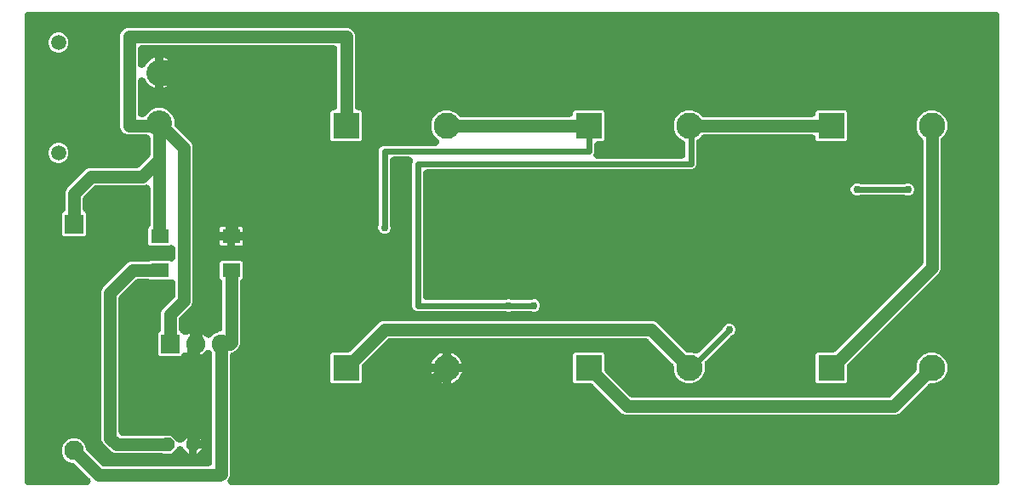
<source format=gbr>
G04 EAGLE Gerber RS-274X export*
G75*
%MOMM*%
%FSLAX34Y34*%
%LPD*%
%INTop Copper*%
%IPPOS*%
%AMOC8*
5,1,8,0,0,1.08239X$1,22.5*%
G01*
%ADD10R,2.625000X2.625000*%
%ADD11C,2.625000*%
%ADD12C,2.550000*%
%ADD13C,1.508000*%
%ADD14P,1.429621X8X22.500000*%
%ADD15R,1.920000X1.920000*%
%ADD16C,1.920000*%
%ADD17R,1.800000X1.400000*%
%ADD18R,1.950000X1.950000*%
%ADD19C,1.950000*%
%ADD20C,1.270000*%
%ADD21C,0.812800*%
%ADD22C,1.016000*%
%ADD23C,0.756400*%
%ADD24C,0.609600*%
%ADD25C,0.304800*%
%ADD26C,2.540000*%

G36*
X72131Y10169D02*
X72131Y10169D01*
X72246Y10167D01*
X72414Y10189D01*
X72584Y10201D01*
X72697Y10225D01*
X72811Y10239D01*
X72975Y10284D01*
X73141Y10320D01*
X73249Y10359D01*
X73360Y10390D01*
X73517Y10457D01*
X73676Y10516D01*
X73778Y10570D01*
X73884Y10616D01*
X74029Y10704D01*
X74179Y10784D01*
X74272Y10852D01*
X74370Y10912D01*
X74501Y11020D01*
X74639Y11121D01*
X74721Y11201D01*
X74810Y11274D01*
X74925Y11399D01*
X75047Y11518D01*
X75117Y11609D01*
X75195Y11694D01*
X75292Y11834D01*
X75396Y11969D01*
X75453Y12069D01*
X75518Y12164D01*
X75593Y12316D01*
X75678Y12464D01*
X75720Y12571D01*
X75772Y12674D01*
X75825Y12835D01*
X75888Y12993D01*
X75915Y13106D01*
X75951Y13215D01*
X75982Y13382D01*
X76022Y13547D01*
X76033Y13662D01*
X76054Y13775D01*
X76061Y13945D01*
X76077Y14114D01*
X76072Y14229D01*
X76077Y14345D01*
X76060Y14514D01*
X76053Y14684D01*
X76032Y14797D01*
X76020Y14911D01*
X75980Y15077D01*
X75949Y15244D01*
X75912Y15353D01*
X75885Y15465D01*
X75821Y15623D01*
X75767Y15784D01*
X75716Y15887D01*
X75673Y15994D01*
X75588Y16141D01*
X75512Y16293D01*
X75447Y16388D01*
X75389Y16488D01*
X75316Y16577D01*
X75188Y16762D01*
X74963Y17006D01*
X74889Y17097D01*
X60703Y31283D01*
X60657Y31323D01*
X60616Y31367D01*
X60442Y31509D01*
X60272Y31657D01*
X60222Y31690D01*
X60175Y31728D01*
X59983Y31845D01*
X59794Y31967D01*
X59740Y31992D01*
X59688Y32023D01*
X59481Y32112D01*
X59277Y32207D01*
X59220Y32224D01*
X59164Y32248D01*
X58947Y32307D01*
X58732Y32372D01*
X58672Y32381D01*
X58614Y32397D01*
X58497Y32408D01*
X58169Y32459D01*
X57944Y32462D01*
X57829Y32473D01*
X57296Y32473D01*
X52872Y34306D01*
X49486Y37692D01*
X47653Y42116D01*
X47653Y46904D01*
X49486Y51328D01*
X52872Y54714D01*
X57296Y56547D01*
X62084Y56547D01*
X66508Y54714D01*
X69894Y51328D01*
X71727Y46904D01*
X71727Y46371D01*
X71731Y46310D01*
X71729Y46250D01*
X71751Y46027D01*
X71767Y45802D01*
X71779Y45743D01*
X71785Y45683D01*
X71839Y45465D01*
X71886Y45245D01*
X71906Y45188D01*
X71921Y45130D01*
X72004Y44921D01*
X72082Y44710D01*
X72110Y44657D01*
X72132Y44601D01*
X72244Y44406D01*
X72350Y44207D01*
X72386Y44159D01*
X72416Y44106D01*
X72491Y44015D01*
X72687Y43748D01*
X72844Y43586D01*
X72917Y43497D01*
X86267Y30147D01*
X86313Y30107D01*
X86354Y30063D01*
X86528Y29921D01*
X86698Y29773D01*
X86748Y29740D01*
X86795Y29702D01*
X86987Y29585D01*
X87176Y29463D01*
X87231Y29438D01*
X87282Y29407D01*
X87488Y29318D01*
X87693Y29223D01*
X87750Y29206D01*
X87806Y29182D01*
X88023Y29124D01*
X88238Y29058D01*
X88298Y29049D01*
X88356Y29033D01*
X88473Y29022D01*
X88801Y28971D01*
X89026Y28968D01*
X89141Y28957D01*
X193040Y28957D01*
X193269Y28973D01*
X193500Y28983D01*
X193554Y28993D01*
X193608Y28997D01*
X193834Y29045D01*
X194060Y29087D01*
X194112Y29104D01*
X194166Y29116D01*
X194382Y29195D01*
X194600Y29268D01*
X194649Y29293D01*
X194701Y29312D01*
X194904Y29420D01*
X195109Y29523D01*
X195155Y29554D01*
X195203Y29580D01*
X195389Y29716D01*
X195578Y29847D01*
X195619Y29884D01*
X195663Y29917D01*
X195828Y30077D01*
X195997Y30233D01*
X196032Y30276D01*
X196071Y30314D01*
X196212Y30496D01*
X196358Y30674D01*
X196386Y30722D01*
X196420Y30765D01*
X196534Y30965D01*
X196653Y31162D01*
X196675Y31212D01*
X196702Y31260D01*
X196787Y31474D01*
X196878Y31685D01*
X196892Y31738D01*
X196912Y31789D01*
X196967Y32014D01*
X197027Y32235D01*
X197031Y32279D01*
X197047Y32343D01*
X197102Y32910D01*
X197099Y32976D01*
X197103Y33020D01*
X197103Y141063D01*
X197097Y141159D01*
X197099Y141255D01*
X197077Y141443D01*
X197063Y141631D01*
X197043Y141725D01*
X197032Y141821D01*
X196984Y142004D01*
X196944Y142189D01*
X196911Y142279D01*
X196887Y142372D01*
X196813Y142546D01*
X196748Y142724D01*
X196703Y142809D01*
X196666Y142897D01*
X196569Y143059D01*
X196480Y143226D01*
X196423Y143304D01*
X196374Y143386D01*
X196255Y143534D01*
X196143Y143686D01*
X196076Y143755D01*
X196016Y143830D01*
X195878Y143959D01*
X195746Y144094D01*
X195670Y144153D01*
X195600Y144219D01*
X195445Y144327D01*
X195295Y144443D01*
X195212Y144491D01*
X195133Y144546D01*
X194965Y144631D01*
X194800Y144725D01*
X194711Y144761D01*
X194625Y144804D01*
X194447Y144866D01*
X194271Y144935D01*
X194177Y144958D01*
X194086Y144989D01*
X193901Y145025D01*
X193717Y145070D01*
X193621Y145079D01*
X193527Y145097D01*
X193338Y145106D01*
X193150Y145125D01*
X193054Y145121D01*
X192958Y145125D01*
X192770Y145108D01*
X192580Y145100D01*
X192486Y145083D01*
X192390Y145074D01*
X192206Y145031D01*
X192020Y144996D01*
X191929Y144966D01*
X191836Y144944D01*
X191659Y144875D01*
X191480Y144815D01*
X191394Y144772D01*
X191305Y144737D01*
X191140Y144645D01*
X190971Y144560D01*
X190892Y144505D01*
X190808Y144458D01*
X190657Y144343D01*
X190502Y144236D01*
X190431Y144171D01*
X190355Y144113D01*
X190273Y144025D01*
X190083Y143850D01*
X189899Y143625D01*
X189816Y143537D01*
X189487Y143108D01*
X188362Y141983D01*
X187099Y141014D01*
X185721Y140218D01*
X184403Y139672D01*
X184403Y151130D01*
X184403Y162588D01*
X185721Y162042D01*
X187099Y161246D01*
X188362Y160277D01*
X189488Y159152D01*
X189908Y158604D01*
X190048Y158447D01*
X190182Y158283D01*
X190236Y158233D01*
X190285Y158178D01*
X190446Y158041D01*
X190602Y157898D01*
X190663Y157856D01*
X190719Y157808D01*
X190898Y157695D01*
X191071Y157576D01*
X191137Y157543D01*
X191200Y157503D01*
X191393Y157416D01*
X191581Y157322D01*
X191652Y157299D01*
X191719Y157268D01*
X191922Y157209D01*
X192122Y157142D01*
X192195Y157129D01*
X192266Y157108D01*
X192475Y157078D01*
X192683Y157040D01*
X192757Y157037D01*
X192830Y157026D01*
X193041Y157025D01*
X193252Y157017D01*
X193326Y157024D01*
X193400Y157024D01*
X193609Y157052D01*
X193819Y157073D01*
X193891Y157091D01*
X193964Y157101D01*
X194168Y157159D01*
X194372Y157209D01*
X194441Y157236D01*
X194512Y157257D01*
X194706Y157342D01*
X194901Y157421D01*
X194966Y157457D01*
X195033Y157487D01*
X195212Y157599D01*
X195396Y157704D01*
X195441Y157742D01*
X195517Y157789D01*
X195954Y158155D01*
X195982Y158186D01*
X196004Y158205D01*
X199007Y161207D01*
X203411Y163032D01*
X203429Y163033D01*
X203660Y163043D01*
X203714Y163053D01*
X203768Y163057D01*
X203994Y163105D01*
X204220Y163147D01*
X204272Y163164D01*
X204326Y163176D01*
X204542Y163255D01*
X204760Y163328D01*
X204809Y163353D01*
X204861Y163372D01*
X205064Y163480D01*
X205269Y163583D01*
X205315Y163614D01*
X205363Y163640D01*
X205549Y163776D01*
X205738Y163907D01*
X205779Y163944D01*
X205823Y163977D01*
X205988Y164137D01*
X206157Y164293D01*
X206192Y164336D01*
X206231Y164374D01*
X206372Y164556D01*
X206518Y164734D01*
X206546Y164782D01*
X206580Y164825D01*
X206694Y165025D01*
X206813Y165222D01*
X206835Y165272D01*
X206862Y165320D01*
X206947Y165534D01*
X207038Y165745D01*
X207052Y165798D01*
X207072Y165849D01*
X207127Y166074D01*
X207187Y166295D01*
X207191Y166339D01*
X207207Y166403D01*
X207262Y166970D01*
X207259Y167036D01*
X207263Y167080D01*
X207263Y212020D01*
X207259Y212080D01*
X207261Y212140D01*
X207239Y212363D01*
X207223Y212588D01*
X207211Y212647D01*
X207205Y212707D01*
X207151Y212925D01*
X207104Y213145D01*
X207083Y213202D01*
X207069Y213261D01*
X206986Y213469D01*
X206908Y213680D01*
X206880Y213734D01*
X206857Y213790D01*
X206746Y213984D01*
X206640Y214183D01*
X206604Y214232D01*
X206574Y214284D01*
X206499Y214375D01*
X206303Y214643D01*
X206146Y214804D01*
X206073Y214893D01*
X204961Y216005D01*
X204613Y216845D01*
X204613Y231755D01*
X204961Y232595D01*
X205605Y233239D01*
X206445Y233587D01*
X225355Y233587D01*
X226195Y233239D01*
X226839Y232595D01*
X227187Y231755D01*
X227187Y216845D01*
X226839Y216005D01*
X225727Y214893D01*
X225687Y214847D01*
X225643Y214806D01*
X225500Y214632D01*
X225353Y214463D01*
X225320Y214412D01*
X225282Y214365D01*
X225165Y214173D01*
X225043Y213985D01*
X225018Y213930D01*
X224987Y213878D01*
X224898Y213672D01*
X224803Y213468D01*
X224786Y213410D01*
X224762Y213354D01*
X224704Y213138D01*
X224638Y212922D01*
X224629Y212863D01*
X224613Y212804D01*
X224602Y212687D01*
X224551Y212359D01*
X224548Y212134D01*
X224537Y212020D01*
X224537Y150682D01*
X223222Y147508D01*
X219522Y143808D01*
X216885Y142716D01*
X216883Y142715D01*
X216880Y142714D01*
X216623Y142585D01*
X216375Y142461D01*
X216373Y142460D01*
X216371Y142459D01*
X216136Y142296D01*
X215906Y142138D01*
X215904Y142136D01*
X215902Y142135D01*
X215688Y141938D01*
X215487Y141752D01*
X215485Y141750D01*
X215483Y141748D01*
X215300Y141525D01*
X215125Y141312D01*
X215124Y141310D01*
X215122Y141307D01*
X214974Y141063D01*
X214829Y140825D01*
X214828Y140822D01*
X214827Y140820D01*
X214716Y140562D01*
X214604Y140302D01*
X214603Y140299D01*
X214602Y140296D01*
X214527Y140018D01*
X214454Y139752D01*
X214454Y139749D01*
X214453Y139747D01*
X214452Y139733D01*
X214383Y139187D01*
X214385Y139047D01*
X214377Y138962D01*
X214377Y19872D01*
X212991Y16526D01*
X212954Y16479D01*
X212870Y16332D01*
X212778Y16189D01*
X212729Y16085D01*
X212672Y15984D01*
X212610Y15826D01*
X212538Y15672D01*
X212505Y15562D01*
X212462Y15455D01*
X212422Y15289D01*
X212373Y15127D01*
X212355Y15013D01*
X212328Y14901D01*
X212311Y14731D01*
X212285Y14564D01*
X212284Y14449D01*
X212273Y14334D01*
X212280Y14164D01*
X212278Y13994D01*
X212292Y13880D01*
X212297Y13764D01*
X212328Y13597D01*
X212350Y13429D01*
X212380Y13318D01*
X212401Y13204D01*
X212455Y13043D01*
X212500Y12879D01*
X212546Y12773D01*
X212583Y12664D01*
X212659Y12512D01*
X212726Y12356D01*
X212786Y12258D01*
X212838Y12155D01*
X212934Y12015D01*
X213023Y11870D01*
X213096Y11781D01*
X213162Y11686D01*
X213277Y11561D01*
X213385Y11430D01*
X213470Y11352D01*
X213548Y11267D01*
X213679Y11159D01*
X213804Y11045D01*
X213899Y10979D01*
X213989Y10906D01*
X214134Y10818D01*
X214274Y10722D01*
X214377Y10671D01*
X214476Y10611D01*
X214632Y10544D01*
X214784Y10468D01*
X214894Y10432D01*
X215000Y10386D01*
X215164Y10342D01*
X215325Y10288D01*
X215438Y10267D01*
X215550Y10237D01*
X215664Y10226D01*
X215885Y10186D01*
X216217Y10172D01*
X216334Y10161D01*
X976176Y10161D01*
X976405Y10177D01*
X976636Y10187D01*
X976690Y10197D01*
X976744Y10201D01*
X976970Y10249D01*
X977196Y10291D01*
X977248Y10308D01*
X977302Y10320D01*
X977518Y10399D01*
X977736Y10472D01*
X977785Y10497D01*
X977837Y10516D01*
X978040Y10624D01*
X978245Y10727D01*
X978291Y10758D01*
X978339Y10784D01*
X978525Y10920D01*
X978714Y11051D01*
X978755Y11088D01*
X978799Y11121D01*
X978964Y11281D01*
X979133Y11437D01*
X979168Y11480D01*
X979207Y11518D01*
X979348Y11700D01*
X979494Y11878D01*
X979522Y11926D01*
X979556Y11969D01*
X979670Y12169D01*
X979789Y12366D01*
X979811Y12416D01*
X979838Y12464D01*
X979923Y12678D01*
X980014Y12889D01*
X980028Y12942D01*
X980048Y12993D01*
X980103Y13218D01*
X980163Y13439D01*
X980167Y13483D01*
X980183Y13547D01*
X980238Y14114D01*
X980235Y14180D01*
X980239Y14224D01*
X980239Y477776D01*
X980223Y478005D01*
X980213Y478236D01*
X980203Y478290D01*
X980199Y478344D01*
X980151Y478570D01*
X980109Y478796D01*
X980092Y478848D01*
X980080Y478902D01*
X980001Y479118D01*
X979928Y479336D01*
X979903Y479385D01*
X979884Y479437D01*
X979776Y479640D01*
X979673Y479845D01*
X979642Y479891D01*
X979616Y479939D01*
X979480Y480125D01*
X979349Y480314D01*
X979312Y480355D01*
X979279Y480399D01*
X979119Y480564D01*
X978963Y480733D01*
X978920Y480768D01*
X978882Y480807D01*
X978700Y480948D01*
X978522Y481094D01*
X978474Y481122D01*
X978431Y481156D01*
X978231Y481270D01*
X978034Y481389D01*
X977984Y481411D01*
X977936Y481438D01*
X977722Y481523D01*
X977511Y481614D01*
X977458Y481628D01*
X977407Y481648D01*
X977182Y481703D01*
X976961Y481763D01*
X976917Y481767D01*
X976853Y481783D01*
X976286Y481838D01*
X976220Y481835D01*
X976176Y481839D01*
X14224Y481839D01*
X13995Y481823D01*
X13764Y481813D01*
X13710Y481803D01*
X13656Y481799D01*
X13430Y481751D01*
X13204Y481709D01*
X13152Y481692D01*
X13098Y481680D01*
X12882Y481601D01*
X12664Y481528D01*
X12615Y481503D01*
X12563Y481484D01*
X12360Y481376D01*
X12155Y481273D01*
X12109Y481242D01*
X12061Y481216D01*
X11875Y481080D01*
X11686Y480949D01*
X11645Y480912D01*
X11601Y480879D01*
X11436Y480719D01*
X11267Y480563D01*
X11232Y480520D01*
X11193Y480482D01*
X11052Y480300D01*
X10906Y480122D01*
X10878Y480074D01*
X10844Y480031D01*
X10730Y479831D01*
X10611Y479634D01*
X10589Y479584D01*
X10562Y479536D01*
X10477Y479322D01*
X10386Y479111D01*
X10372Y479058D01*
X10352Y479007D01*
X10297Y478782D01*
X10237Y478561D01*
X10233Y478517D01*
X10217Y478453D01*
X10162Y477886D01*
X10165Y477820D01*
X10161Y477776D01*
X10161Y14224D01*
X10177Y13995D01*
X10187Y13764D01*
X10197Y13710D01*
X10201Y13656D01*
X10249Y13430D01*
X10291Y13204D01*
X10308Y13152D01*
X10320Y13098D01*
X10399Y12882D01*
X10472Y12664D01*
X10497Y12615D01*
X10516Y12563D01*
X10624Y12360D01*
X10727Y12155D01*
X10758Y12109D01*
X10784Y12061D01*
X10920Y11875D01*
X11051Y11686D01*
X11088Y11645D01*
X11121Y11601D01*
X11281Y11436D01*
X11437Y11267D01*
X11480Y11232D01*
X11518Y11193D01*
X11700Y11052D01*
X11878Y10906D01*
X11926Y10878D01*
X11969Y10844D01*
X12169Y10730D01*
X12366Y10611D01*
X12416Y10589D01*
X12464Y10562D01*
X12678Y10477D01*
X12889Y10386D01*
X12942Y10372D01*
X12993Y10352D01*
X13218Y10297D01*
X13439Y10237D01*
X13483Y10233D01*
X13547Y10217D01*
X14114Y10162D01*
X14180Y10165D01*
X14224Y10161D01*
X72016Y10161D01*
X72131Y10169D01*
G37*
%LPC*%
G36*
X148186Y41909D02*
X148186Y41909D01*
X148170Y41914D01*
X148115Y41938D01*
X147898Y41996D01*
X147683Y42062D01*
X147623Y42071D01*
X147565Y42087D01*
X147448Y42098D01*
X147120Y42149D01*
X146895Y42152D01*
X146780Y42163D01*
X99882Y42163D01*
X96708Y43478D01*
X87928Y52258D01*
X86613Y55432D01*
X86613Y203648D01*
X87928Y206822D01*
X112728Y231622D01*
X115902Y232937D01*
X132948Y232937D01*
X133065Y232945D01*
X133183Y232944D01*
X133349Y232965D01*
X133516Y232977D01*
X133631Y233001D01*
X133748Y233016D01*
X133858Y233050D01*
X134073Y233096D01*
X134391Y233212D01*
X134503Y233246D01*
X135325Y233587D01*
X154235Y233587D01*
X154655Y233413D01*
X154819Y233358D01*
X154979Y233294D01*
X155089Y233268D01*
X155195Y233232D01*
X155365Y233201D01*
X155533Y233160D01*
X155645Y233149D01*
X155756Y233129D01*
X155928Y233122D01*
X156100Y233105D01*
X156213Y233110D01*
X156325Y233105D01*
X156497Y233122D01*
X156670Y233129D01*
X156780Y233150D01*
X156892Y233161D01*
X157060Y233202D01*
X157230Y233233D01*
X157336Y233269D01*
X157446Y233296D01*
X157606Y233360D01*
X157770Y233415D01*
X157871Y233465D01*
X157975Y233507D01*
X158125Y233592D01*
X158279Y233670D01*
X158372Y233734D01*
X158470Y233790D01*
X158606Y233895D01*
X158748Y233994D01*
X158831Y234070D01*
X158920Y234139D01*
X159040Y234263D01*
X159167Y234380D01*
X159238Y234467D01*
X159317Y234548D01*
X159418Y234687D01*
X159528Y234821D01*
X159586Y234917D01*
X159652Y235008D01*
X159734Y235160D01*
X159823Y235308D01*
X159868Y235412D01*
X159921Y235511D01*
X159980Y235673D01*
X160048Y235832D01*
X160077Y235940D01*
X160116Y236046D01*
X160152Y236215D01*
X160197Y236382D01*
X160205Y236467D01*
X160234Y236604D01*
X160272Y237154D01*
X160273Y237167D01*
X160273Y245433D01*
X160261Y245606D01*
X160259Y245778D01*
X160241Y245889D01*
X160233Y246002D01*
X160197Y246171D01*
X160171Y246341D01*
X160138Y246449D01*
X160114Y246559D01*
X160055Y246721D01*
X160005Y246886D01*
X159957Y246988D01*
X159918Y247094D01*
X159837Y247247D01*
X159764Y247403D01*
X159703Y247497D01*
X159650Y247596D01*
X159548Y247736D01*
X159454Y247881D01*
X159380Y247966D01*
X159313Y248056D01*
X159193Y248180D01*
X159079Y248310D01*
X158994Y248384D01*
X158916Y248465D01*
X158779Y248570D01*
X158649Y248684D01*
X158554Y248745D01*
X158465Y248813D01*
X158315Y248899D01*
X158170Y248993D01*
X158068Y249040D01*
X157970Y249096D01*
X157809Y249159D01*
X157653Y249232D01*
X157545Y249264D01*
X157441Y249306D01*
X157272Y249347D01*
X157107Y249396D01*
X156996Y249413D01*
X156887Y249440D01*
X156715Y249457D01*
X156544Y249483D01*
X156432Y249484D01*
X156320Y249495D01*
X156147Y249488D01*
X155974Y249490D01*
X155863Y249475D01*
X155750Y249471D01*
X155580Y249439D01*
X155409Y249417D01*
X155328Y249392D01*
X155190Y249367D01*
X154668Y249191D01*
X154655Y249187D01*
X154235Y249013D01*
X135325Y249013D01*
X134485Y249361D01*
X133841Y250005D01*
X133493Y250845D01*
X133493Y265755D01*
X133841Y266595D01*
X134383Y267137D01*
X134423Y267183D01*
X134467Y267224D01*
X134610Y267398D01*
X134757Y267567D01*
X134790Y267618D01*
X134828Y267665D01*
X134945Y267857D01*
X135067Y268045D01*
X135092Y268100D01*
X135123Y268152D01*
X135212Y268358D01*
X135306Y268562D01*
X135324Y268620D01*
X135348Y268676D01*
X135407Y268892D01*
X135472Y269108D01*
X135481Y269167D01*
X135497Y269226D01*
X135508Y269343D01*
X135559Y269671D01*
X135562Y269896D01*
X135573Y270010D01*
X135573Y305622D01*
X135561Y305794D01*
X135559Y305967D01*
X135541Y306078D01*
X135533Y306190D01*
X135497Y306359D01*
X135471Y306530D01*
X135438Y306637D01*
X135414Y306747D01*
X135355Y306910D01*
X135305Y307075D01*
X135257Y307177D01*
X135218Y307282D01*
X135137Y307435D01*
X135064Y307591D01*
X135003Y307686D01*
X134950Y307785D01*
X134848Y307924D01*
X134754Y308069D01*
X134680Y308154D01*
X134613Y308245D01*
X134493Y308368D01*
X134379Y308499D01*
X134294Y308572D01*
X134216Y308653D01*
X134079Y308759D01*
X133949Y308872D01*
X133854Y308933D01*
X133765Y309002D01*
X133615Y309087D01*
X133470Y309181D01*
X133368Y309228D01*
X133270Y309284D01*
X133109Y309348D01*
X132953Y309420D01*
X132845Y309453D01*
X132741Y309494D01*
X132572Y309535D01*
X132407Y309585D01*
X132296Y309602D01*
X132187Y309628D01*
X132015Y309645D01*
X131844Y309671D01*
X131732Y309673D01*
X131620Y309684D01*
X131447Y309676D01*
X131274Y309678D01*
X131163Y309664D01*
X131050Y309659D01*
X130880Y309627D01*
X130709Y309605D01*
X130628Y309580D01*
X130490Y309555D01*
X129967Y309379D01*
X129955Y309376D01*
X129950Y309374D01*
X128718Y308863D01*
X81461Y308863D01*
X81400Y308859D01*
X81340Y308861D01*
X81117Y308839D01*
X80892Y308823D01*
X80833Y308811D01*
X80773Y308805D01*
X80555Y308751D01*
X80335Y308704D01*
X80278Y308684D01*
X80220Y308669D01*
X80011Y308586D01*
X79800Y308508D01*
X79747Y308480D01*
X79691Y308458D01*
X79496Y308346D01*
X79297Y308240D01*
X79249Y308204D01*
X79196Y308174D01*
X79105Y308099D01*
X78838Y307903D01*
X78676Y307746D01*
X78587Y307673D01*
X69517Y298603D01*
X69477Y298557D01*
X69433Y298516D01*
X69291Y298342D01*
X69143Y298172D01*
X69110Y298122D01*
X69072Y298075D01*
X68955Y297883D01*
X68833Y297694D01*
X68808Y297639D01*
X68777Y297588D01*
X68688Y297382D01*
X68593Y297177D01*
X68576Y297120D01*
X68552Y297064D01*
X68494Y296847D01*
X68428Y296632D01*
X68419Y296572D01*
X68403Y296514D01*
X68392Y296397D01*
X68341Y296069D01*
X68338Y295844D01*
X68327Y295729D01*
X68327Y285911D01*
X68327Y285908D01*
X68327Y285906D01*
X68347Y285627D01*
X68367Y285343D01*
X68367Y285340D01*
X68367Y285337D01*
X68426Y285064D01*
X68486Y284786D01*
X68487Y284783D01*
X68487Y284780D01*
X68583Y284520D01*
X68682Y284251D01*
X68683Y284248D01*
X68684Y284245D01*
X68811Y284009D01*
X68950Y283748D01*
X68952Y283746D01*
X68953Y283743D01*
X69129Y283505D01*
X69287Y283288D01*
X69289Y283286D01*
X69290Y283284D01*
X69485Y283085D01*
X69684Y282880D01*
X69686Y282878D01*
X69688Y282876D01*
X69912Y282703D01*
X70135Y282531D01*
X70137Y282530D01*
X70139Y282528D01*
X70152Y282522D01*
X70630Y282249D01*
X70721Y282213D01*
X71379Y281555D01*
X71727Y280715D01*
X71727Y260305D01*
X71379Y259465D01*
X70735Y258821D01*
X69895Y258473D01*
X49485Y258473D01*
X48645Y258821D01*
X48001Y259465D01*
X47653Y260305D01*
X47653Y280715D01*
X48001Y281555D01*
X48661Y282215D01*
X48808Y282289D01*
X49055Y282412D01*
X49057Y282413D01*
X49059Y282414D01*
X49300Y282581D01*
X49524Y282735D01*
X49526Y282737D01*
X49528Y282738D01*
X49743Y282937D01*
X49943Y283121D01*
X49945Y283123D01*
X49947Y283125D01*
X50130Y283348D01*
X50305Y283561D01*
X50306Y283563D01*
X50308Y283566D01*
X50453Y283805D01*
X50601Y284048D01*
X50602Y284051D01*
X50603Y284053D01*
X50709Y284299D01*
X50826Y284571D01*
X50827Y284574D01*
X50828Y284577D01*
X50898Y284837D01*
X50976Y285121D01*
X50976Y285124D01*
X50977Y285127D01*
X50978Y285139D01*
X51047Y285686D01*
X51045Y285826D01*
X51053Y285911D01*
X51053Y302708D01*
X52368Y305882D01*
X71308Y324822D01*
X74482Y326137D01*
X121739Y326137D01*
X121800Y326141D01*
X121860Y326139D01*
X122083Y326161D01*
X122308Y326177D01*
X122367Y326189D01*
X122427Y326195D01*
X122645Y326249D01*
X122865Y326296D01*
X122922Y326316D01*
X122980Y326331D01*
X123189Y326414D01*
X123400Y326492D01*
X123453Y326520D01*
X123509Y326542D01*
X123704Y326654D01*
X123903Y326760D01*
X123951Y326796D01*
X124004Y326826D01*
X124095Y326901D01*
X124362Y327097D01*
X124524Y327254D01*
X124613Y327327D01*
X134383Y337097D01*
X134423Y337143D01*
X134467Y337184D01*
X134609Y337358D01*
X134757Y337528D01*
X134790Y337578D01*
X134828Y337625D01*
X134945Y337817D01*
X135067Y338006D01*
X135092Y338061D01*
X135123Y338112D01*
X135212Y338318D01*
X135307Y338523D01*
X135324Y338580D01*
X135348Y338636D01*
X135406Y338853D01*
X135472Y339068D01*
X135481Y339128D01*
X135497Y339186D01*
X135508Y339303D01*
X135559Y339631D01*
X135562Y339856D01*
X135573Y339971D01*
X135573Y355600D01*
X135557Y355829D01*
X135547Y356060D01*
X135537Y356114D01*
X135533Y356168D01*
X135485Y356394D01*
X135443Y356620D01*
X135426Y356672D01*
X135414Y356726D01*
X135335Y356942D01*
X135262Y357160D01*
X135237Y357209D01*
X135218Y357261D01*
X135110Y357464D01*
X135007Y357669D01*
X134976Y357715D01*
X134950Y357763D01*
X134814Y357949D01*
X134683Y358138D01*
X134646Y358179D01*
X134613Y358223D01*
X134453Y358388D01*
X134297Y358557D01*
X134254Y358592D01*
X134216Y358631D01*
X134034Y358772D01*
X133856Y358918D01*
X133808Y358946D01*
X133765Y358980D01*
X133565Y359094D01*
X133368Y359213D01*
X133318Y359235D01*
X133270Y359262D01*
X133056Y359347D01*
X132845Y359438D01*
X132792Y359452D01*
X132741Y359472D01*
X132516Y359527D01*
X132295Y359587D01*
X132251Y359591D01*
X132187Y359607D01*
X131620Y359662D01*
X131554Y359659D01*
X131510Y359663D01*
X112582Y359663D01*
X109408Y360978D01*
X106978Y363408D01*
X105663Y366582D01*
X105663Y458918D01*
X106978Y462092D01*
X109408Y464522D01*
X112582Y465837D01*
X331918Y465837D01*
X335092Y464522D01*
X337522Y462092D01*
X338837Y458918D01*
X338837Y387775D01*
X338853Y387546D01*
X338863Y387315D01*
X338873Y387261D01*
X338877Y387207D01*
X338925Y386981D01*
X338967Y386755D01*
X338984Y386703D01*
X338996Y386649D01*
X339075Y386433D01*
X339148Y386215D01*
X339173Y386166D01*
X339192Y386114D01*
X339300Y385911D01*
X339403Y385706D01*
X339434Y385660D01*
X339460Y385612D01*
X339596Y385426D01*
X339727Y385237D01*
X339764Y385196D01*
X339797Y385152D01*
X339957Y384987D01*
X340113Y384818D01*
X340156Y384783D01*
X340194Y384744D01*
X340376Y384603D01*
X340554Y384457D01*
X340602Y384429D01*
X340645Y384395D01*
X340845Y384281D01*
X341042Y384162D01*
X341092Y384140D01*
X341140Y384113D01*
X341354Y384028D01*
X341565Y383937D01*
X341618Y383923D01*
X341669Y383903D01*
X341894Y383848D01*
X342115Y383788D01*
X342159Y383784D01*
X342223Y383768D01*
X342790Y383713D01*
X342856Y383716D01*
X342900Y383712D01*
X343780Y383712D01*
X344620Y383364D01*
X345264Y382720D01*
X345612Y381880D01*
X345612Y354720D01*
X345264Y353880D01*
X344620Y353236D01*
X343780Y352888D01*
X316620Y352888D01*
X315780Y353236D01*
X315136Y353880D01*
X314788Y354720D01*
X314788Y381880D01*
X315136Y382720D01*
X315780Y383364D01*
X316620Y383712D01*
X317500Y383712D01*
X317729Y383728D01*
X317960Y383738D01*
X318014Y383748D01*
X318068Y383752D01*
X318294Y383800D01*
X318520Y383842D01*
X318572Y383859D01*
X318626Y383871D01*
X318842Y383950D01*
X319060Y384023D01*
X319109Y384048D01*
X319161Y384067D01*
X319364Y384175D01*
X319569Y384278D01*
X319615Y384309D01*
X319663Y384335D01*
X319849Y384471D01*
X320038Y384602D01*
X320079Y384639D01*
X320123Y384672D01*
X320288Y384832D01*
X320457Y384988D01*
X320492Y385031D01*
X320531Y385069D01*
X320672Y385251D01*
X320818Y385429D01*
X320846Y385477D01*
X320880Y385520D01*
X320994Y385720D01*
X321113Y385917D01*
X321135Y385967D01*
X321162Y386015D01*
X321247Y386229D01*
X321338Y386440D01*
X321352Y386493D01*
X321372Y386544D01*
X321427Y386769D01*
X321487Y386990D01*
X321491Y387034D01*
X321507Y387098D01*
X321562Y387665D01*
X321559Y387731D01*
X321563Y387775D01*
X321563Y444500D01*
X321547Y444729D01*
X321537Y444960D01*
X321527Y445014D01*
X321523Y445068D01*
X321475Y445294D01*
X321433Y445520D01*
X321416Y445572D01*
X321404Y445626D01*
X321325Y445842D01*
X321252Y446060D01*
X321227Y446109D01*
X321208Y446161D01*
X321100Y446364D01*
X320997Y446569D01*
X320966Y446615D01*
X320940Y446663D01*
X320804Y446849D01*
X320673Y447038D01*
X320636Y447079D01*
X320603Y447123D01*
X320443Y447288D01*
X320287Y447457D01*
X320244Y447492D01*
X320206Y447531D01*
X320024Y447672D01*
X319846Y447818D01*
X319798Y447846D01*
X319755Y447880D01*
X319555Y447994D01*
X319358Y448113D01*
X319308Y448135D01*
X319260Y448162D01*
X319046Y448247D01*
X318835Y448338D01*
X318782Y448352D01*
X318731Y448372D01*
X318506Y448427D01*
X318285Y448487D01*
X318241Y448491D01*
X318177Y448507D01*
X317610Y448562D01*
X317544Y448559D01*
X317500Y448563D01*
X127000Y448563D01*
X126771Y448547D01*
X126540Y448537D01*
X126486Y448527D01*
X126432Y448523D01*
X126206Y448475D01*
X125980Y448433D01*
X125928Y448416D01*
X125874Y448404D01*
X125658Y448325D01*
X125440Y448252D01*
X125391Y448227D01*
X125339Y448208D01*
X125136Y448100D01*
X124931Y447997D01*
X124885Y447966D01*
X124837Y447940D01*
X124651Y447804D01*
X124462Y447673D01*
X124421Y447636D01*
X124377Y447603D01*
X124212Y447443D01*
X124043Y447287D01*
X124008Y447244D01*
X123969Y447206D01*
X123828Y447024D01*
X123682Y446846D01*
X123654Y446798D01*
X123620Y446755D01*
X123506Y446555D01*
X123387Y446358D01*
X123365Y446308D01*
X123338Y446260D01*
X123253Y446046D01*
X123162Y445835D01*
X123148Y445782D01*
X123128Y445731D01*
X123073Y445506D01*
X123013Y445285D01*
X123009Y445241D01*
X122993Y445177D01*
X122938Y444610D01*
X122941Y444544D01*
X122937Y444500D01*
X122937Y430139D01*
X122942Y430063D01*
X122940Y429986D01*
X122962Y429779D01*
X122977Y429571D01*
X122993Y429496D01*
X123001Y429419D01*
X123052Y429218D01*
X123096Y429014D01*
X123122Y428942D01*
X123141Y428867D01*
X123220Y428675D01*
X123292Y428479D01*
X123328Y428411D01*
X123357Y428340D01*
X123462Y428160D01*
X123560Y427976D01*
X123606Y427914D01*
X123645Y427848D01*
X123774Y427684D01*
X123897Y427516D01*
X123950Y427461D01*
X123998Y427401D01*
X124149Y427257D01*
X124294Y427108D01*
X124355Y427061D01*
X124411Y427008D01*
X124580Y426887D01*
X124745Y426759D01*
X124811Y426721D01*
X124874Y426677D01*
X125059Y426580D01*
X125240Y426477D01*
X125311Y426449D01*
X125379Y426413D01*
X125575Y426344D01*
X125769Y426267D01*
X125844Y426249D01*
X125917Y426223D01*
X126120Y426182D01*
X126323Y426133D01*
X126400Y426125D01*
X126475Y426110D01*
X126682Y426098D01*
X126890Y426078D01*
X126967Y426081D01*
X127044Y426076D01*
X127251Y426093D01*
X127460Y426102D01*
X127535Y426116D01*
X127612Y426122D01*
X127815Y426168D01*
X128020Y426206D01*
X128092Y426231D01*
X128168Y426247D01*
X128363Y426321D01*
X128560Y426387D01*
X128629Y426422D01*
X128701Y426449D01*
X128883Y426549D01*
X129069Y426643D01*
X129133Y426686D01*
X129200Y426723D01*
X129367Y426848D01*
X129538Y426966D01*
X129595Y427018D01*
X129656Y427065D01*
X129804Y427212D01*
X129957Y427353D01*
X130006Y427412D01*
X130060Y427466D01*
X130131Y427565D01*
X130318Y427794D01*
X130449Y428010D01*
X130519Y428108D01*
X131469Y429753D01*
X132689Y431344D01*
X134106Y432761D01*
X135697Y433981D01*
X137433Y434983D01*
X139284Y435750D01*
X139961Y435932D01*
X139961Y421426D01*
X139972Y421265D01*
X139962Y421163D01*
X139965Y421098D01*
X139961Y421054D01*
X139961Y406548D01*
X139284Y406730D01*
X137433Y407497D01*
X135697Y408499D01*
X134106Y409719D01*
X132689Y411136D01*
X131469Y412727D01*
X130519Y414372D01*
X130476Y414436D01*
X130440Y414504D01*
X130317Y414672D01*
X130200Y414845D01*
X130149Y414902D01*
X130103Y414964D01*
X129958Y415113D01*
X129818Y415268D01*
X129759Y415317D01*
X129706Y415372D01*
X129541Y415499D01*
X129381Y415633D01*
X129316Y415674D01*
X129255Y415721D01*
X129074Y415824D01*
X128897Y415934D01*
X128827Y415965D01*
X128760Y416003D01*
X128566Y416080D01*
X128376Y416164D01*
X128302Y416185D01*
X128231Y416213D01*
X128028Y416262D01*
X127828Y416319D01*
X127752Y416329D01*
X127677Y416347D01*
X127469Y416367D01*
X127263Y416395D01*
X127186Y416395D01*
X127110Y416402D01*
X126901Y416393D01*
X126693Y416392D01*
X126617Y416381D01*
X126540Y416378D01*
X126335Y416340D01*
X126130Y416310D01*
X126056Y416288D01*
X125980Y416274D01*
X125783Y416208D01*
X125583Y416149D01*
X125513Y416117D01*
X125440Y416093D01*
X125254Y415999D01*
X125064Y415913D01*
X124999Y415872D01*
X124931Y415837D01*
X124759Y415719D01*
X124583Y415607D01*
X124525Y415557D01*
X124462Y415514D01*
X124308Y415372D01*
X124150Y415237D01*
X124099Y415180D01*
X124043Y415127D01*
X123911Y414966D01*
X123773Y414810D01*
X123731Y414746D01*
X123682Y414686D01*
X123574Y414508D01*
X123459Y414334D01*
X123426Y414265D01*
X123387Y414199D01*
X123305Y414008D01*
X123215Y413819D01*
X123192Y413746D01*
X123162Y413675D01*
X123108Y413474D01*
X123046Y413275D01*
X123033Y413200D01*
X123013Y413125D01*
X123001Y413004D01*
X122954Y412713D01*
X122948Y412460D01*
X122937Y412341D01*
X122937Y381000D01*
X122953Y380771D01*
X122963Y380540D01*
X122973Y380486D01*
X122977Y380432D01*
X123025Y380206D01*
X123067Y379980D01*
X123084Y379928D01*
X123096Y379874D01*
X123175Y379658D01*
X123248Y379440D01*
X123273Y379391D01*
X123292Y379339D01*
X123400Y379136D01*
X123503Y378931D01*
X123534Y378885D01*
X123560Y378837D01*
X123696Y378651D01*
X123827Y378462D01*
X123864Y378421D01*
X123897Y378377D01*
X124057Y378212D01*
X124213Y378043D01*
X124256Y378008D01*
X124294Y377969D01*
X124476Y377828D01*
X124654Y377682D01*
X124702Y377654D01*
X124745Y377620D01*
X124945Y377506D01*
X125142Y377387D01*
X125192Y377365D01*
X125240Y377338D01*
X125454Y377253D01*
X125665Y377162D01*
X125718Y377148D01*
X125769Y377128D01*
X125994Y377073D01*
X126215Y377013D01*
X126259Y377009D01*
X126323Y376993D01*
X126890Y376938D01*
X126956Y376941D01*
X127000Y376937D01*
X127579Y376937D01*
X127582Y376937D01*
X127585Y376937D01*
X127864Y376957D01*
X128147Y376977D01*
X128150Y376977D01*
X128153Y376977D01*
X128435Y377038D01*
X128705Y377096D01*
X128707Y377097D01*
X128710Y377097D01*
X128981Y377197D01*
X129240Y377292D01*
X129242Y377293D01*
X129245Y377294D01*
X129490Y377425D01*
X129742Y377560D01*
X129744Y377562D01*
X129747Y377563D01*
X129977Y377732D01*
X130202Y377897D01*
X130204Y377899D01*
X130206Y377900D01*
X130406Y378095D01*
X130610Y378294D01*
X130612Y378296D01*
X130614Y378298D01*
X130787Y378523D01*
X130959Y378745D01*
X130960Y378747D01*
X130962Y378749D01*
X130969Y378762D01*
X131241Y379240D01*
X131293Y379370D01*
X131333Y379445D01*
X131462Y379758D01*
X135692Y383988D01*
X141219Y386277D01*
X147201Y386277D01*
X152728Y383988D01*
X156958Y379758D01*
X159247Y374231D01*
X159247Y370101D01*
X159251Y370040D01*
X159249Y369980D01*
X159271Y369757D01*
X159287Y369532D01*
X159299Y369473D01*
X159305Y369413D01*
X159359Y369195D01*
X159406Y368975D01*
X159426Y368918D01*
X159441Y368860D01*
X159524Y368651D01*
X159602Y368440D01*
X159630Y368387D01*
X159652Y368331D01*
X159764Y368136D01*
X159870Y367937D01*
X159906Y367889D01*
X159936Y367836D01*
X160011Y367745D01*
X160207Y367478D01*
X160364Y367316D01*
X160437Y367227D01*
X176232Y351432D01*
X177547Y348258D01*
X177547Y192592D01*
X176232Y189418D01*
X164767Y177953D01*
X164727Y177907D01*
X164683Y177866D01*
X164541Y177692D01*
X164393Y177522D01*
X164360Y177472D01*
X164322Y177425D01*
X164205Y177233D01*
X164083Y177044D01*
X164058Y176989D01*
X164027Y176938D01*
X163938Y176732D01*
X163843Y176527D01*
X163826Y176470D01*
X163802Y176414D01*
X163744Y176197D01*
X163678Y175982D01*
X163669Y175922D01*
X163653Y175864D01*
X163642Y175747D01*
X163591Y175419D01*
X163588Y175194D01*
X163577Y175079D01*
X163577Y166319D01*
X163577Y166316D01*
X163577Y166314D01*
X163597Y166030D01*
X163617Y165751D01*
X163617Y165748D01*
X163617Y165745D01*
X163682Y165447D01*
X163736Y165194D01*
X163737Y165191D01*
X163737Y165188D01*
X163836Y164919D01*
X163932Y164658D01*
X163933Y164656D01*
X163934Y164653D01*
X164067Y164405D01*
X164200Y164156D01*
X164202Y164154D01*
X164203Y164151D01*
X164372Y163922D01*
X164537Y163696D01*
X164539Y163694D01*
X164540Y163692D01*
X164735Y163493D01*
X164934Y163288D01*
X164936Y163286D01*
X164938Y163284D01*
X165162Y163111D01*
X165385Y162939D01*
X165387Y162938D01*
X165389Y162936D01*
X165402Y162929D01*
X165804Y162700D01*
X166504Y161999D01*
X166573Y161844D01*
X166623Y161765D01*
X166664Y161681D01*
X166773Y161524D01*
X166875Y161361D01*
X166935Y161289D01*
X166988Y161212D01*
X167117Y161071D01*
X167241Y160924D01*
X167310Y160861D01*
X167373Y160793D01*
X167522Y160671D01*
X167664Y160543D01*
X167742Y160491D01*
X167814Y160431D01*
X167978Y160332D01*
X168137Y160225D01*
X168221Y160184D01*
X168301Y160135D01*
X168477Y160060D01*
X168650Y159976D01*
X168738Y159947D01*
X168824Y159910D01*
X169009Y159860D01*
X169192Y159801D01*
X169284Y159785D01*
X169374Y159761D01*
X169564Y159737D01*
X169753Y159704D01*
X169847Y159701D01*
X169939Y159689D01*
X170131Y159692D01*
X170323Y159686D01*
X170415Y159696D01*
X170509Y159698D01*
X170699Y159727D01*
X170889Y159748D01*
X170979Y159771D01*
X171072Y159786D01*
X171256Y159842D01*
X171441Y159889D01*
X171528Y159924D01*
X171617Y159952D01*
X171791Y160033D01*
X171968Y160106D01*
X172030Y160144D01*
X172133Y160192D01*
X172611Y160503D01*
X172626Y160515D01*
X172637Y160523D01*
X173581Y161246D01*
X174959Y162042D01*
X176277Y162588D01*
X176277Y151130D01*
X176277Y139672D01*
X174959Y140218D01*
X173581Y141014D01*
X172637Y141737D01*
X172477Y141843D01*
X172322Y141956D01*
X172240Y142000D01*
X172162Y142052D01*
X171989Y142134D01*
X171820Y142224D01*
X171732Y142256D01*
X171648Y142296D01*
X171465Y142354D01*
X171284Y142420D01*
X171193Y142439D01*
X171104Y142467D01*
X170915Y142498D01*
X170727Y142538D01*
X170634Y142544D01*
X170542Y142559D01*
X170350Y142564D01*
X170158Y142577D01*
X170065Y142570D01*
X169972Y142573D01*
X169781Y142550D01*
X169590Y142536D01*
X169499Y142517D01*
X169406Y142506D01*
X169220Y142457D01*
X169033Y142417D01*
X168946Y142384D01*
X168855Y142361D01*
X168678Y142286D01*
X168498Y142220D01*
X168416Y142176D01*
X168330Y142140D01*
X168165Y142041D01*
X167996Y141951D01*
X167921Y141895D01*
X167841Y141848D01*
X167691Y141727D01*
X167537Y141613D01*
X167470Y141548D01*
X167397Y141490D01*
X167266Y141349D01*
X167129Y141216D01*
X167072Y141142D01*
X167008Y141074D01*
X166898Y140916D01*
X166781Y140764D01*
X166747Y140700D01*
X166681Y140607D01*
X166505Y140261D01*
X165835Y139591D01*
X164995Y139243D01*
X144885Y139243D01*
X144045Y139591D01*
X143401Y140235D01*
X143053Y141075D01*
X143053Y161185D01*
X143401Y162025D01*
X144087Y162711D01*
X144305Y162820D01*
X144307Y162821D01*
X144309Y162822D01*
X144550Y162989D01*
X144774Y163143D01*
X144776Y163145D01*
X144778Y163146D01*
X144993Y163344D01*
X145193Y163528D01*
X145195Y163531D01*
X145197Y163532D01*
X145379Y163755D01*
X145555Y163969D01*
X145556Y163971D01*
X145558Y163974D01*
X145699Y164206D01*
X145851Y164456D01*
X145852Y164458D01*
X145853Y164461D01*
X145959Y164706D01*
X146076Y164979D01*
X146077Y164982D01*
X146078Y164984D01*
X146144Y165230D01*
X146226Y165529D01*
X146226Y165532D01*
X146227Y165534D01*
X146228Y165547D01*
X146297Y166094D01*
X146295Y166234D01*
X146303Y166319D01*
X146303Y182058D01*
X147618Y185232D01*
X159083Y196697D01*
X159123Y196743D01*
X159167Y196784D01*
X159309Y196958D01*
X159457Y197128D01*
X159490Y197178D01*
X159528Y197225D01*
X159645Y197417D01*
X159767Y197606D01*
X159792Y197661D01*
X159823Y197712D01*
X159912Y197918D01*
X160007Y198123D01*
X160024Y198180D01*
X160048Y198236D01*
X160106Y198453D01*
X160172Y198668D01*
X160181Y198728D01*
X160197Y198786D01*
X160208Y198903D01*
X160259Y199231D01*
X160262Y199456D01*
X160273Y199571D01*
X160273Y211433D01*
X160261Y211606D01*
X160259Y211778D01*
X160241Y211889D01*
X160233Y212002D01*
X160197Y212171D01*
X160171Y212341D01*
X160138Y212449D01*
X160114Y212559D01*
X160055Y212721D01*
X160005Y212886D01*
X159957Y212988D01*
X159918Y213094D01*
X159837Y213247D01*
X159764Y213403D01*
X159703Y213497D01*
X159650Y213596D01*
X159548Y213736D01*
X159454Y213881D01*
X159380Y213966D01*
X159313Y214056D01*
X159193Y214180D01*
X159079Y214310D01*
X158994Y214384D01*
X158916Y214465D01*
X158779Y214570D01*
X158649Y214684D01*
X158554Y214745D01*
X158465Y214813D01*
X158315Y214899D01*
X158170Y214993D01*
X158068Y215040D01*
X157970Y215096D01*
X157809Y215159D01*
X157653Y215232D01*
X157545Y215264D01*
X157441Y215306D01*
X157272Y215347D01*
X157107Y215396D01*
X156996Y215413D01*
X156887Y215440D01*
X156715Y215457D01*
X156544Y215483D01*
X156432Y215484D01*
X156320Y215495D01*
X156147Y215488D01*
X155974Y215490D01*
X155863Y215475D01*
X155750Y215471D01*
X155580Y215439D01*
X155409Y215417D01*
X155328Y215392D01*
X155190Y215367D01*
X154668Y215191D01*
X154655Y215187D01*
X154235Y215013D01*
X135325Y215013D01*
X134503Y215354D01*
X134391Y215391D01*
X134282Y215438D01*
X134121Y215481D01*
X133962Y215535D01*
X133846Y215556D01*
X133732Y215587D01*
X133619Y215598D01*
X133402Y215638D01*
X133064Y215652D01*
X132948Y215663D01*
X122881Y215663D01*
X122820Y215659D01*
X122760Y215661D01*
X122537Y215639D01*
X122312Y215623D01*
X122253Y215611D01*
X122193Y215605D01*
X121975Y215551D01*
X121755Y215504D01*
X121698Y215484D01*
X121640Y215469D01*
X121431Y215386D01*
X121220Y215308D01*
X121167Y215280D01*
X121111Y215258D01*
X120916Y215146D01*
X120717Y215040D01*
X120669Y215004D01*
X120616Y214974D01*
X120525Y214899D01*
X120258Y214703D01*
X120096Y214546D01*
X120007Y214473D01*
X105077Y199543D01*
X105037Y199497D01*
X104993Y199456D01*
X104851Y199282D01*
X104703Y199112D01*
X104670Y199062D01*
X104632Y199015D01*
X104515Y198823D01*
X104393Y198634D01*
X104368Y198579D01*
X104337Y198528D01*
X104248Y198322D01*
X104153Y198117D01*
X104136Y198060D01*
X104112Y198004D01*
X104054Y197787D01*
X103988Y197572D01*
X103979Y197512D01*
X103963Y197454D01*
X103952Y197337D01*
X103901Y197009D01*
X103898Y196784D01*
X103887Y196669D01*
X103887Y63500D01*
X103903Y63271D01*
X103913Y63040D01*
X103923Y62986D01*
X103927Y62932D01*
X103975Y62706D01*
X104017Y62480D01*
X104034Y62428D01*
X104046Y62374D01*
X104125Y62158D01*
X104198Y61940D01*
X104223Y61891D01*
X104242Y61839D01*
X104350Y61636D01*
X104453Y61431D01*
X104484Y61385D01*
X104510Y61337D01*
X104646Y61151D01*
X104777Y60962D01*
X104814Y60921D01*
X104847Y60877D01*
X105007Y60712D01*
X105163Y60543D01*
X105206Y60508D01*
X105244Y60469D01*
X105426Y60328D01*
X105604Y60182D01*
X105652Y60154D01*
X105695Y60120D01*
X105895Y60006D01*
X106092Y59887D01*
X106142Y59865D01*
X106190Y59838D01*
X106404Y59753D01*
X106615Y59662D01*
X106668Y59648D01*
X106719Y59628D01*
X106944Y59573D01*
X107165Y59513D01*
X107209Y59509D01*
X107273Y59493D01*
X107840Y59438D01*
X107906Y59441D01*
X107950Y59437D01*
X146780Y59437D01*
X146840Y59441D01*
X146901Y59439D01*
X147124Y59461D01*
X147349Y59477D01*
X147408Y59489D01*
X147468Y59495D01*
X147686Y59549D01*
X147906Y59596D01*
X147962Y59616D01*
X148021Y59631D01*
X148171Y59691D01*
X156083Y59691D01*
X162047Y53726D01*
X162221Y53575D01*
X162391Y53420D01*
X162436Y53388D01*
X162477Y53352D01*
X162671Y53227D01*
X162860Y53097D01*
X162909Y53073D01*
X162956Y53043D01*
X163165Y52946D01*
X163370Y52843D01*
X163423Y52826D01*
X163472Y52803D01*
X163693Y52736D01*
X163911Y52663D01*
X163965Y52653D01*
X164018Y52638D01*
X164245Y52602D01*
X164472Y52561D01*
X164527Y52559D01*
X164581Y52550D01*
X164810Y52547D01*
X165041Y52538D01*
X165096Y52543D01*
X165151Y52543D01*
X165379Y52572D01*
X165608Y52595D01*
X165661Y52608D01*
X165716Y52615D01*
X165938Y52675D01*
X166161Y52730D01*
X166212Y52751D01*
X166265Y52765D01*
X166477Y52856D01*
X166690Y52942D01*
X166738Y52969D01*
X166788Y52991D01*
X166985Y53111D01*
X167185Y53225D01*
X167219Y53254D01*
X167275Y53288D01*
X167715Y53650D01*
X167759Y53698D01*
X167794Y53726D01*
X173737Y59669D01*
X173737Y50800D01*
X173737Y41931D01*
X167794Y47874D01*
X167620Y48025D01*
X167450Y48180D01*
X167405Y48212D01*
X167363Y48248D01*
X167170Y48373D01*
X166980Y48503D01*
X166931Y48527D01*
X166885Y48557D01*
X166676Y48654D01*
X166470Y48757D01*
X166418Y48774D01*
X166368Y48797D01*
X166148Y48864D01*
X165930Y48937D01*
X165876Y48947D01*
X165823Y48962D01*
X165596Y48998D01*
X165369Y49039D01*
X165314Y49041D01*
X165260Y49050D01*
X165030Y49053D01*
X164800Y49062D01*
X164745Y49057D01*
X164690Y49057D01*
X164462Y49028D01*
X164233Y49005D01*
X164180Y48992D01*
X164125Y48985D01*
X163903Y48925D01*
X163679Y48870D01*
X163628Y48849D01*
X163575Y48835D01*
X163364Y48744D01*
X163150Y48658D01*
X163103Y48631D01*
X163052Y48609D01*
X162856Y48489D01*
X162656Y48375D01*
X162622Y48346D01*
X162566Y48312D01*
X162126Y47950D01*
X162082Y47902D01*
X162047Y47874D01*
X156083Y41909D01*
X148186Y41909D01*
G37*
%LPD*%
%LPC*%
G36*
X490283Y183161D02*
X490283Y183161D01*
X489258Y183586D01*
X489146Y183623D01*
X489037Y183670D01*
X488876Y183714D01*
X488717Y183767D01*
X488601Y183788D01*
X488487Y183819D01*
X488374Y183830D01*
X488157Y183870D01*
X487819Y183884D01*
X487703Y183895D01*
X400259Y183895D01*
X398298Y184707D01*
X396797Y186208D01*
X395985Y188169D01*
X395985Y331261D01*
X396269Y331947D01*
X396324Y332111D01*
X396388Y332271D01*
X396414Y332381D01*
X396450Y332487D01*
X396481Y332657D01*
X396522Y332825D01*
X396533Y332937D01*
X396553Y333048D01*
X396560Y333220D01*
X396577Y333392D01*
X396572Y333505D01*
X396577Y333617D01*
X396560Y333789D01*
X396553Y333962D01*
X396532Y334072D01*
X396521Y334184D01*
X396480Y334352D01*
X396449Y334522D01*
X396413Y334628D01*
X396386Y334738D01*
X396322Y334898D01*
X396267Y335062D01*
X396217Y335163D01*
X396175Y335267D01*
X396090Y335417D01*
X396012Y335571D01*
X395948Y335664D01*
X395892Y335762D01*
X395787Y335898D01*
X395688Y336040D01*
X395612Y336123D01*
X395543Y336212D01*
X395419Y336332D01*
X395302Y336459D01*
X395215Y336530D01*
X395134Y336609D01*
X394995Y336710D01*
X394861Y336820D01*
X394765Y336878D01*
X394674Y336944D01*
X394522Y337026D01*
X394374Y337115D01*
X394271Y337160D01*
X394171Y337213D01*
X394009Y337272D01*
X393850Y337340D01*
X393742Y337369D01*
X393636Y337408D01*
X393467Y337444D01*
X393300Y337489D01*
X393215Y337497D01*
X393079Y337526D01*
X392528Y337564D01*
X392515Y337565D01*
X377698Y337565D01*
X377469Y337549D01*
X377238Y337539D01*
X377184Y337529D01*
X377130Y337525D01*
X376904Y337477D01*
X376678Y337435D01*
X376626Y337418D01*
X376572Y337406D01*
X376356Y337327D01*
X376138Y337254D01*
X376089Y337229D01*
X376037Y337210D01*
X375834Y337102D01*
X375629Y336999D01*
X375583Y336968D01*
X375535Y336942D01*
X375349Y336806D01*
X375160Y336675D01*
X375119Y336638D01*
X375075Y336605D01*
X374910Y336445D01*
X374741Y336289D01*
X374706Y336246D01*
X374667Y336208D01*
X374526Y336026D01*
X374380Y335848D01*
X374352Y335800D01*
X374318Y335757D01*
X374204Y335557D01*
X374085Y335360D01*
X374063Y335310D01*
X374036Y335262D01*
X373951Y335048D01*
X373860Y334837D01*
X373846Y334784D01*
X373826Y334733D01*
X373771Y334508D01*
X373711Y334287D01*
X373707Y334243D01*
X373691Y334179D01*
X373636Y333612D01*
X373639Y333546D01*
X373635Y333502D01*
X373635Y270487D01*
X373643Y270370D01*
X373642Y270252D01*
X373663Y270086D01*
X373675Y269919D01*
X373699Y269804D01*
X373714Y269687D01*
X373748Y269577D01*
X373794Y269362D01*
X373910Y269044D01*
X373944Y268932D01*
X374061Y268649D01*
X374062Y268649D01*
X374369Y267907D01*
X374369Y265493D01*
X373445Y263262D01*
X371738Y261555D01*
X369507Y260631D01*
X367093Y260631D01*
X364862Y261555D01*
X363155Y263262D01*
X362231Y265493D01*
X362231Y267907D01*
X362656Y268932D01*
X362693Y269044D01*
X362740Y269153D01*
X362784Y269314D01*
X362837Y269473D01*
X362858Y269589D01*
X362889Y269703D01*
X362900Y269816D01*
X362940Y270033D01*
X362954Y270371D01*
X362965Y270487D01*
X362965Y343961D01*
X363777Y345922D01*
X365278Y347423D01*
X367239Y348235D01*
X418660Y348235D01*
X418775Y348243D01*
X418890Y348241D01*
X419059Y348263D01*
X419229Y348275D01*
X419341Y348299D01*
X419456Y348313D01*
X419620Y348358D01*
X419786Y348394D01*
X419894Y348433D01*
X420005Y348464D01*
X420161Y348531D01*
X420321Y348590D01*
X420423Y348644D01*
X420528Y348690D01*
X420673Y348778D01*
X420823Y348858D01*
X420916Y348926D01*
X421015Y348986D01*
X421146Y349094D01*
X421283Y349195D01*
X421366Y349275D01*
X421455Y349348D01*
X421570Y349474D01*
X421692Y349592D01*
X421762Y349683D01*
X421840Y349768D01*
X421936Y349908D01*
X422040Y350043D01*
X422097Y350143D01*
X422163Y350238D01*
X422238Y350390D01*
X422322Y350538D01*
X422365Y350645D01*
X422416Y350748D01*
X422470Y350909D01*
X422533Y351067D01*
X422560Y351180D01*
X422596Y351289D01*
X422627Y351456D01*
X422667Y351621D01*
X422678Y351736D01*
X422699Y351849D01*
X422706Y352019D01*
X422722Y352188D01*
X422717Y352303D01*
X422722Y352419D01*
X422705Y352588D01*
X422697Y352758D01*
X422676Y352871D01*
X422665Y352985D01*
X422624Y353151D01*
X422593Y353318D01*
X422557Y353427D01*
X422529Y353539D01*
X422466Y353697D01*
X422412Y353858D01*
X422360Y353961D01*
X422318Y354068D01*
X422233Y354215D01*
X422157Y354367D01*
X422091Y354462D01*
X422034Y354562D01*
X421961Y354651D01*
X421833Y354836D01*
X421608Y355080D01*
X421533Y355171D01*
X417135Y359570D01*
X414788Y365234D01*
X414788Y371366D01*
X417135Y377030D01*
X421470Y381365D01*
X427134Y383712D01*
X433266Y383712D01*
X438930Y381365D01*
X442169Y378127D01*
X442214Y378087D01*
X442255Y378043D01*
X442429Y377900D01*
X442599Y377753D01*
X442649Y377720D01*
X442696Y377682D01*
X442888Y377566D01*
X443077Y377443D01*
X443132Y377418D01*
X443183Y377387D01*
X443390Y377298D01*
X443594Y377203D01*
X443652Y377186D01*
X443707Y377162D01*
X443924Y377104D01*
X444139Y377038D01*
X444199Y377029D01*
X444257Y377013D01*
X444374Y377002D01*
X444702Y376951D01*
X444927Y376948D01*
X445042Y376937D01*
X552025Y376937D01*
X552254Y376953D01*
X552485Y376963D01*
X552539Y376973D01*
X552593Y376977D01*
X552819Y377025D01*
X553045Y377067D01*
X553097Y377084D01*
X553151Y377096D01*
X553367Y377175D01*
X553585Y377248D01*
X553634Y377273D01*
X553686Y377292D01*
X553889Y377400D01*
X554094Y377503D01*
X554140Y377534D01*
X554188Y377560D01*
X554374Y377696D01*
X554563Y377827D01*
X554604Y377864D01*
X554648Y377897D01*
X554813Y378057D01*
X554982Y378213D01*
X555017Y378256D01*
X555056Y378294D01*
X555197Y378476D01*
X555343Y378654D01*
X555371Y378701D01*
X555405Y378745D01*
X555519Y378945D01*
X555638Y379142D01*
X555660Y379192D01*
X555687Y379240D01*
X555772Y379454D01*
X555863Y379665D01*
X555877Y379718D01*
X555897Y379769D01*
X555952Y379994D01*
X556012Y380215D01*
X556016Y380259D01*
X556032Y380323D01*
X556087Y380890D01*
X556084Y380956D01*
X556088Y381000D01*
X556088Y381880D01*
X556436Y382720D01*
X557080Y383364D01*
X557920Y383712D01*
X585080Y383712D01*
X585920Y383364D01*
X586564Y382720D01*
X586912Y381880D01*
X586912Y354720D01*
X586564Y353880D01*
X585920Y353236D01*
X585080Y352888D01*
X580898Y352888D01*
X580669Y352872D01*
X580438Y352862D01*
X580384Y352852D01*
X580330Y352848D01*
X580104Y352800D01*
X579878Y352758D01*
X579826Y352741D01*
X579772Y352729D01*
X579556Y352650D01*
X579338Y352577D01*
X579289Y352552D01*
X579237Y352533D01*
X579034Y352425D01*
X578829Y352322D01*
X578783Y352291D01*
X578735Y352265D01*
X578549Y352129D01*
X578360Y351998D01*
X578319Y351961D01*
X578275Y351928D01*
X578110Y351768D01*
X577941Y351612D01*
X577906Y351569D01*
X577867Y351531D01*
X577726Y351349D01*
X577580Y351171D01*
X577552Y351123D01*
X577518Y351080D01*
X577404Y350880D01*
X577285Y350683D01*
X577263Y350633D01*
X577236Y350585D01*
X577151Y350371D01*
X577060Y350160D01*
X577046Y350107D01*
X577026Y350056D01*
X576971Y349831D01*
X576911Y349610D01*
X576907Y349566D01*
X576891Y349502D01*
X576836Y348935D01*
X576839Y348869D01*
X576835Y348825D01*
X576835Y341839D01*
X576551Y341153D01*
X576496Y340989D01*
X576432Y340829D01*
X576406Y340719D01*
X576370Y340613D01*
X576339Y340443D01*
X576298Y340275D01*
X576287Y340163D01*
X576267Y340052D01*
X576260Y339880D01*
X576243Y339708D01*
X576248Y339595D01*
X576243Y339483D01*
X576260Y339311D01*
X576267Y339138D01*
X576288Y339028D01*
X576299Y338916D01*
X576340Y338748D01*
X576371Y338578D01*
X576407Y338472D01*
X576434Y338362D01*
X576498Y338202D01*
X576553Y338038D01*
X576603Y337937D01*
X576645Y337833D01*
X576730Y337683D01*
X576808Y337529D01*
X576872Y337436D01*
X576928Y337338D01*
X577033Y337202D01*
X577132Y337060D01*
X577208Y336977D01*
X577277Y336888D01*
X577401Y336768D01*
X577518Y336641D01*
X577605Y336570D01*
X577686Y336491D01*
X577825Y336390D01*
X577959Y336280D01*
X578055Y336222D01*
X578146Y336156D01*
X578298Y336074D01*
X578446Y335985D01*
X578549Y335940D01*
X578649Y335887D01*
X578811Y335828D01*
X578970Y335760D01*
X579078Y335731D01*
X579184Y335692D01*
X579353Y335656D01*
X579520Y335611D01*
X579605Y335603D01*
X579741Y335574D01*
X580292Y335536D01*
X580305Y335535D01*
X663702Y335535D01*
X663931Y335551D01*
X664162Y335561D01*
X664216Y335571D01*
X664270Y335575D01*
X664496Y335623D01*
X664722Y335665D01*
X664774Y335682D01*
X664828Y335694D01*
X665044Y335773D01*
X665262Y335846D01*
X665311Y335871D01*
X665363Y335890D01*
X665566Y335998D01*
X665771Y336101D01*
X665817Y336132D01*
X665865Y336158D01*
X666051Y336294D01*
X666240Y336425D01*
X666281Y336462D01*
X666325Y336495D01*
X666490Y336655D01*
X666659Y336811D01*
X666694Y336854D01*
X666733Y336892D01*
X666874Y337074D01*
X667020Y337252D01*
X667048Y337300D01*
X667082Y337343D01*
X667196Y337543D01*
X667315Y337740D01*
X667337Y337790D01*
X667364Y337838D01*
X667449Y338052D01*
X667540Y338263D01*
X667554Y338316D01*
X667574Y338367D01*
X667629Y338592D01*
X667689Y338813D01*
X667693Y338857D01*
X667709Y338921D01*
X667764Y339488D01*
X667761Y339554D01*
X667765Y339598D01*
X667765Y350450D01*
X667765Y350453D01*
X667765Y350456D01*
X667746Y350728D01*
X667725Y351019D01*
X667725Y351022D01*
X667725Y351024D01*
X667665Y351299D01*
X667606Y351576D01*
X667605Y351579D01*
X667605Y351581D01*
X667514Y351829D01*
X667410Y352111D01*
X667409Y352114D01*
X667408Y352116D01*
X667286Y352344D01*
X667142Y352614D01*
X667140Y352616D01*
X667139Y352618D01*
X666971Y352846D01*
X666805Y353073D01*
X666803Y353075D01*
X666802Y353078D01*
X666606Y353278D01*
X666408Y353482D01*
X666406Y353483D01*
X666404Y353485D01*
X666182Y353656D01*
X665957Y353830D01*
X665955Y353832D01*
X665953Y353833D01*
X665941Y353840D01*
X665462Y354113D01*
X665332Y354164D01*
X665257Y354204D01*
X662770Y355235D01*
X658435Y359570D01*
X656088Y365234D01*
X656088Y371366D01*
X658435Y377030D01*
X662770Y381365D01*
X668434Y383712D01*
X674566Y383712D01*
X680230Y381365D01*
X683469Y378127D01*
X683514Y378087D01*
X683555Y378043D01*
X683729Y377900D01*
X683899Y377753D01*
X683949Y377720D01*
X683996Y377682D01*
X684188Y377566D01*
X684377Y377443D01*
X684432Y377418D01*
X684483Y377387D01*
X684690Y377298D01*
X684894Y377203D01*
X684952Y377186D01*
X685007Y377162D01*
X685224Y377104D01*
X685439Y377038D01*
X685499Y377029D01*
X685557Y377013D01*
X685674Y377002D01*
X686002Y376951D01*
X686227Y376948D01*
X686342Y376937D01*
X793325Y376937D01*
X793554Y376953D01*
X793785Y376963D01*
X793839Y376973D01*
X793893Y376977D01*
X794119Y377025D01*
X794345Y377067D01*
X794397Y377084D01*
X794451Y377096D01*
X794667Y377175D01*
X794885Y377248D01*
X794934Y377273D01*
X794986Y377292D01*
X795189Y377400D01*
X795394Y377503D01*
X795440Y377534D01*
X795488Y377560D01*
X795674Y377696D01*
X795863Y377827D01*
X795904Y377864D01*
X795948Y377897D01*
X796113Y378057D01*
X796282Y378213D01*
X796317Y378256D01*
X796356Y378294D01*
X796497Y378476D01*
X796643Y378654D01*
X796671Y378701D01*
X796705Y378745D01*
X796819Y378945D01*
X796938Y379142D01*
X796960Y379192D01*
X796987Y379240D01*
X797072Y379454D01*
X797163Y379665D01*
X797177Y379718D01*
X797197Y379769D01*
X797252Y379994D01*
X797312Y380215D01*
X797316Y380259D01*
X797332Y380323D01*
X797387Y380890D01*
X797384Y380956D01*
X797388Y381000D01*
X797388Y381880D01*
X797736Y382720D01*
X798380Y383364D01*
X799220Y383712D01*
X826380Y383712D01*
X827220Y383364D01*
X827864Y382720D01*
X828212Y381880D01*
X828212Y354720D01*
X827864Y353880D01*
X827220Y353236D01*
X826380Y352888D01*
X799220Y352888D01*
X798380Y353236D01*
X797736Y353880D01*
X797388Y354720D01*
X797388Y355600D01*
X797372Y355829D01*
X797362Y356060D01*
X797352Y356114D01*
X797348Y356168D01*
X797300Y356394D01*
X797258Y356620D01*
X797241Y356672D01*
X797229Y356726D01*
X797150Y356942D01*
X797077Y357160D01*
X797052Y357209D01*
X797033Y357261D01*
X796925Y357464D01*
X796822Y357669D01*
X796791Y357715D01*
X796765Y357763D01*
X796629Y357949D01*
X796498Y358138D01*
X796461Y358179D01*
X796428Y358223D01*
X796268Y358388D01*
X796112Y358557D01*
X796069Y358592D01*
X796031Y358631D01*
X795849Y358772D01*
X795671Y358918D01*
X795623Y358946D01*
X795580Y358980D01*
X795380Y359094D01*
X795183Y359213D01*
X795133Y359235D01*
X795085Y359262D01*
X794871Y359347D01*
X794660Y359438D01*
X794607Y359452D01*
X794556Y359472D01*
X794331Y359527D01*
X794110Y359587D01*
X794066Y359591D01*
X794002Y359607D01*
X793435Y359662D01*
X793369Y359659D01*
X793325Y359663D01*
X686342Y359663D01*
X686282Y359659D01*
X686221Y359661D01*
X685998Y359639D01*
X685773Y359623D01*
X685714Y359611D01*
X685654Y359605D01*
X685436Y359551D01*
X685216Y359504D01*
X685160Y359484D01*
X685101Y359469D01*
X684892Y359386D01*
X684681Y359308D01*
X684628Y359280D01*
X684572Y359257D01*
X684377Y359146D01*
X684179Y359040D01*
X684130Y359004D01*
X684078Y358974D01*
X683987Y358899D01*
X683719Y358703D01*
X683558Y358546D01*
X683469Y358473D01*
X679763Y354767D01*
X679752Y354757D01*
X679547Y354569D01*
X679544Y354565D01*
X679541Y354563D01*
X679359Y354340D01*
X679185Y354128D01*
X679183Y354125D01*
X679180Y354122D01*
X679033Y353880D01*
X678888Y353642D01*
X678887Y353638D01*
X678885Y353634D01*
X678776Y353381D01*
X678663Y353119D01*
X678662Y353115D01*
X678660Y353111D01*
X678588Y352843D01*
X678513Y352569D01*
X678512Y352565D01*
X678511Y352561D01*
X678509Y352541D01*
X678441Y352004D01*
X678443Y351862D01*
X678435Y351776D01*
X678435Y329139D01*
X677623Y327178D01*
X676122Y325677D01*
X674161Y324865D01*
X410718Y324865D01*
X410489Y324849D01*
X410258Y324839D01*
X410204Y324829D01*
X410150Y324825D01*
X409924Y324777D01*
X409698Y324735D01*
X409646Y324718D01*
X409592Y324706D01*
X409376Y324627D01*
X409158Y324554D01*
X409109Y324529D01*
X409057Y324510D01*
X408854Y324402D01*
X408649Y324299D01*
X408603Y324268D01*
X408555Y324242D01*
X408369Y324106D01*
X408180Y323975D01*
X408139Y323938D01*
X408095Y323905D01*
X407930Y323745D01*
X407761Y323589D01*
X407726Y323546D01*
X407687Y323508D01*
X407546Y323326D01*
X407400Y323148D01*
X407372Y323100D01*
X407338Y323057D01*
X407224Y322857D01*
X407105Y322660D01*
X407083Y322610D01*
X407056Y322562D01*
X406971Y322348D01*
X406880Y322137D01*
X406866Y322084D01*
X406846Y322033D01*
X406791Y321808D01*
X406731Y321587D01*
X406727Y321543D01*
X406711Y321479D01*
X406656Y320912D01*
X406659Y320846D01*
X406655Y320802D01*
X406655Y198628D01*
X406671Y198399D01*
X406681Y198168D01*
X406691Y198114D01*
X406695Y198060D01*
X406743Y197834D01*
X406785Y197608D01*
X406802Y197556D01*
X406814Y197502D01*
X406893Y197286D01*
X406966Y197068D01*
X406991Y197019D01*
X407010Y196967D01*
X407118Y196764D01*
X407221Y196559D01*
X407252Y196513D01*
X407278Y196465D01*
X407414Y196279D01*
X407545Y196090D01*
X407582Y196049D01*
X407615Y196005D01*
X407775Y195840D01*
X407931Y195671D01*
X407974Y195636D01*
X408012Y195597D01*
X408194Y195456D01*
X408372Y195310D01*
X408420Y195282D01*
X408463Y195248D01*
X408663Y195134D01*
X408860Y195015D01*
X408910Y194993D01*
X408958Y194966D01*
X409172Y194881D01*
X409383Y194790D01*
X409436Y194776D01*
X409487Y194756D01*
X409712Y194701D01*
X409933Y194641D01*
X409977Y194637D01*
X410041Y194621D01*
X410608Y194566D01*
X410674Y194569D01*
X410718Y194565D01*
X487703Y194565D01*
X487820Y194573D01*
X487938Y194572D01*
X488104Y194593D01*
X488271Y194605D01*
X488386Y194629D01*
X488503Y194644D01*
X488613Y194678D01*
X488828Y194724D01*
X489146Y194840D01*
X489258Y194874D01*
X490283Y195299D01*
X492697Y195299D01*
X493722Y194874D01*
X493834Y194837D01*
X493943Y194790D01*
X494104Y194746D01*
X494263Y194693D01*
X494379Y194672D01*
X494493Y194641D01*
X494606Y194630D01*
X494823Y194590D01*
X495161Y194576D01*
X495277Y194565D01*
X513103Y194565D01*
X513220Y194573D01*
X513338Y194572D01*
X513504Y194593D01*
X513671Y194605D01*
X513786Y194629D01*
X513903Y194644D01*
X514013Y194678D01*
X514228Y194724D01*
X514546Y194840D01*
X514658Y194874D01*
X515683Y195299D01*
X518097Y195299D01*
X520328Y194375D01*
X522035Y192668D01*
X522959Y190437D01*
X522959Y188023D01*
X522035Y185792D01*
X520328Y184085D01*
X518097Y183161D01*
X515683Y183161D01*
X514658Y183586D01*
X514546Y183623D01*
X514437Y183670D01*
X514276Y183714D01*
X514117Y183767D01*
X514001Y183788D01*
X513887Y183819D01*
X513774Y183830D01*
X513557Y183870D01*
X513219Y183884D01*
X513103Y183895D01*
X495277Y183895D01*
X495160Y183887D01*
X495042Y183888D01*
X494876Y183867D01*
X494709Y183855D01*
X494594Y183831D01*
X494477Y183816D01*
X494367Y183782D01*
X494152Y183736D01*
X493834Y183620D01*
X493722Y183586D01*
X492697Y183161D01*
X490283Y183161D01*
G37*
%LPD*%
%LPC*%
G36*
X316620Y111588D02*
X316620Y111588D01*
X315780Y111936D01*
X315136Y112580D01*
X314788Y113420D01*
X314788Y140580D01*
X315136Y141420D01*
X315780Y142064D01*
X316620Y142412D01*
X331714Y142412D01*
X331775Y142416D01*
X331835Y142414D01*
X332058Y142436D01*
X332283Y142452D01*
X332342Y142464D01*
X332402Y142470D01*
X332620Y142524D01*
X332840Y142571D01*
X332897Y142591D01*
X332955Y142606D01*
X333164Y142689D01*
X333375Y142767D01*
X333428Y142795D01*
X333484Y142817D01*
X333679Y142929D01*
X333878Y143035D01*
X333926Y143071D01*
X333979Y143101D01*
X334070Y143176D01*
X334337Y143372D01*
X334499Y143529D01*
X334588Y143602D01*
X363408Y172422D01*
X366582Y173737D01*
X635118Y173737D01*
X638292Y172422D01*
X667112Y143602D01*
X667158Y143562D01*
X667199Y143518D01*
X667373Y143376D01*
X667543Y143228D01*
X667593Y143195D01*
X667640Y143157D01*
X667832Y143040D01*
X668021Y142918D01*
X668076Y142893D01*
X668127Y142862D01*
X668333Y142773D01*
X668538Y142678D01*
X668595Y142661D01*
X668651Y142637D01*
X668868Y142579D01*
X669083Y142513D01*
X669143Y142504D01*
X669201Y142488D01*
X669318Y142477D01*
X669646Y142426D01*
X669871Y142423D01*
X669986Y142412D01*
X674566Y142412D01*
X676584Y141576D01*
X676587Y141575D01*
X676589Y141574D01*
X676853Y141486D01*
X677124Y141395D01*
X677127Y141395D01*
X677130Y141394D01*
X677410Y141342D01*
X677685Y141292D01*
X677687Y141292D01*
X677690Y141291D01*
X677980Y141280D01*
X678254Y141268D01*
X678257Y141268D01*
X678259Y141268D01*
X678535Y141296D01*
X678821Y141324D01*
X678824Y141325D01*
X678826Y141325D01*
X679095Y141391D01*
X679375Y141459D01*
X679377Y141460D01*
X679380Y141461D01*
X679641Y141565D01*
X679904Y141670D01*
X679906Y141671D01*
X679909Y141672D01*
X680152Y141811D01*
X680399Y141953D01*
X680401Y141954D01*
X680403Y141956D01*
X680413Y141964D01*
X680849Y142302D01*
X680946Y142402D01*
X681012Y142456D01*
X704750Y166194D01*
X704827Y166283D01*
X704911Y166366D01*
X705014Y166498D01*
X705123Y166624D01*
X705187Y166723D01*
X705260Y166817D01*
X705313Y166918D01*
X705433Y167103D01*
X705576Y167410D01*
X705630Y167512D01*
X706055Y168538D01*
X707762Y170245D01*
X709993Y171169D01*
X712407Y171169D01*
X714638Y170245D01*
X716345Y168538D01*
X717269Y166307D01*
X717269Y163893D01*
X716345Y161662D01*
X714638Y159955D01*
X713612Y159530D01*
X713507Y159478D01*
X713397Y159434D01*
X713252Y159351D01*
X713103Y159276D01*
X713005Y159209D01*
X712903Y159150D01*
X712815Y159078D01*
X712633Y158953D01*
X712384Y158724D01*
X712294Y158650D01*
X687894Y134249D01*
X687892Y134247D01*
X687890Y134245D01*
X687710Y134038D01*
X687520Y133819D01*
X687519Y133817D01*
X687517Y133815D01*
X687362Y133575D01*
X687210Y133341D01*
X687209Y133338D01*
X687208Y133336D01*
X687088Y133078D01*
X686970Y132824D01*
X686970Y132821D01*
X686968Y132819D01*
X686884Y132538D01*
X686805Y132279D01*
X686805Y132276D01*
X686804Y132273D01*
X686759Y131982D01*
X686718Y131716D01*
X686718Y131713D01*
X686717Y131710D01*
X686714Y131424D01*
X686710Y131146D01*
X686711Y131143D01*
X686710Y131140D01*
X686746Y130863D01*
X686782Y130581D01*
X686783Y130578D01*
X686783Y130575D01*
X686787Y130563D01*
X686912Y130108D01*
X686912Y123934D01*
X684565Y118270D01*
X680230Y113935D01*
X674566Y111588D01*
X668434Y111588D01*
X662770Y113935D01*
X658435Y118270D01*
X656088Y123934D01*
X656088Y128514D01*
X656084Y128575D01*
X656086Y128635D01*
X656064Y128858D01*
X656048Y129083D01*
X656036Y129142D01*
X656030Y129202D01*
X655976Y129420D01*
X655929Y129640D01*
X655909Y129697D01*
X655894Y129755D01*
X655811Y129964D01*
X655733Y130175D01*
X655705Y130228D01*
X655683Y130284D01*
X655571Y130479D01*
X655465Y130678D01*
X655429Y130726D01*
X655399Y130779D01*
X655324Y130870D01*
X655128Y131137D01*
X654971Y131299D01*
X654898Y131388D01*
X631013Y155273D01*
X630977Y155304D01*
X630952Y155332D01*
X630944Y155338D01*
X630926Y155357D01*
X630752Y155499D01*
X630582Y155647D01*
X630532Y155680D01*
X630485Y155718D01*
X630293Y155835D01*
X630104Y155957D01*
X630049Y155982D01*
X629998Y156013D01*
X629792Y156102D01*
X629587Y156197D01*
X629530Y156214D01*
X629474Y156238D01*
X629257Y156296D01*
X629042Y156362D01*
X628982Y156371D01*
X628924Y156387D01*
X628807Y156398D01*
X628479Y156449D01*
X628254Y156452D01*
X628139Y156463D01*
X373561Y156463D01*
X373500Y156459D01*
X373440Y156461D01*
X373217Y156439D01*
X372992Y156423D01*
X372933Y156411D01*
X372873Y156405D01*
X372655Y156351D01*
X372435Y156304D01*
X372378Y156284D01*
X372320Y156269D01*
X372111Y156186D01*
X371900Y156108D01*
X371847Y156080D01*
X371791Y156058D01*
X371596Y155946D01*
X371397Y155840D01*
X371349Y155804D01*
X371296Y155774D01*
X371205Y155699D01*
X370938Y155503D01*
X370776Y155346D01*
X370687Y155273D01*
X346802Y131388D01*
X346762Y131342D01*
X346718Y131301D01*
X346576Y131127D01*
X346428Y130957D01*
X346395Y130907D01*
X346357Y130860D01*
X346240Y130668D01*
X346118Y130479D01*
X346093Y130424D01*
X346062Y130373D01*
X345973Y130167D01*
X345878Y129962D01*
X345861Y129905D01*
X345837Y129849D01*
X345779Y129632D01*
X345713Y129417D01*
X345704Y129357D01*
X345688Y129299D01*
X345677Y129182D01*
X345626Y128854D01*
X345623Y128629D01*
X345612Y128514D01*
X345612Y113420D01*
X345264Y112580D01*
X344620Y111936D01*
X343780Y111588D01*
X316620Y111588D01*
G37*
%LPD*%
%LPC*%
G36*
X607882Y80263D02*
X607882Y80263D01*
X604708Y81578D01*
X575888Y110398D01*
X575842Y110438D01*
X575801Y110482D01*
X575627Y110624D01*
X575457Y110772D01*
X575407Y110805D01*
X575360Y110843D01*
X575168Y110960D01*
X574979Y111082D01*
X574924Y111107D01*
X574873Y111138D01*
X574667Y111227D01*
X574462Y111322D01*
X574405Y111339D01*
X574349Y111363D01*
X574132Y111421D01*
X573917Y111487D01*
X573857Y111496D01*
X573799Y111512D01*
X573682Y111523D01*
X573354Y111574D01*
X573129Y111577D01*
X573014Y111588D01*
X557920Y111588D01*
X557080Y111936D01*
X556436Y112580D01*
X556088Y113420D01*
X556088Y140580D01*
X556436Y141420D01*
X557080Y142064D01*
X557920Y142412D01*
X585080Y142412D01*
X585920Y142064D01*
X586564Y141420D01*
X586912Y140580D01*
X586912Y125486D01*
X586916Y125425D01*
X586914Y125365D01*
X586936Y125142D01*
X586952Y124917D01*
X586964Y124858D01*
X586970Y124798D01*
X587024Y124580D01*
X587071Y124360D01*
X587091Y124303D01*
X587106Y124245D01*
X587189Y124036D01*
X587267Y123825D01*
X587295Y123772D01*
X587317Y123716D01*
X587429Y123521D01*
X587535Y123322D01*
X587571Y123274D01*
X587601Y123221D01*
X587676Y123130D01*
X587872Y122863D01*
X588029Y122701D01*
X588102Y122612D01*
X611987Y98727D01*
X612033Y98687D01*
X612074Y98643D01*
X612248Y98501D01*
X612418Y98353D01*
X612468Y98320D01*
X612515Y98282D01*
X612707Y98165D01*
X612896Y98043D01*
X612951Y98018D01*
X613002Y97987D01*
X613208Y97898D01*
X613413Y97803D01*
X613470Y97786D01*
X613526Y97762D01*
X613743Y97704D01*
X613958Y97638D01*
X614018Y97629D01*
X614076Y97613D01*
X614193Y97602D01*
X614521Y97551D01*
X614746Y97548D01*
X614861Y97537D01*
X869439Y97537D01*
X869500Y97541D01*
X869560Y97539D01*
X869783Y97561D01*
X870008Y97577D01*
X870067Y97589D01*
X870127Y97595D01*
X870345Y97649D01*
X870565Y97696D01*
X870622Y97716D01*
X870680Y97731D01*
X870889Y97814D01*
X871100Y97892D01*
X871153Y97920D01*
X871209Y97942D01*
X871404Y98054D01*
X871603Y98160D01*
X871651Y98196D01*
X871704Y98226D01*
X871795Y98301D01*
X872062Y98497D01*
X872224Y98654D01*
X872313Y98727D01*
X896198Y122612D01*
X896238Y122658D01*
X896282Y122699D01*
X896424Y122873D01*
X896572Y123043D01*
X896605Y123093D01*
X896643Y123140D01*
X896760Y123332D01*
X896882Y123521D01*
X896907Y123576D01*
X896938Y123627D01*
X897027Y123833D01*
X897122Y124038D01*
X897139Y124095D01*
X897163Y124151D01*
X897221Y124368D01*
X897287Y124583D01*
X897296Y124643D01*
X897312Y124701D01*
X897323Y124818D01*
X897374Y125146D01*
X897377Y125371D01*
X897388Y125486D01*
X897388Y130066D01*
X899735Y135730D01*
X904070Y140065D01*
X909734Y142412D01*
X915866Y142412D01*
X921530Y140065D01*
X925865Y135730D01*
X928212Y130066D01*
X928212Y123934D01*
X925865Y118270D01*
X921530Y113935D01*
X915866Y111588D01*
X911286Y111588D01*
X911225Y111584D01*
X911165Y111586D01*
X910942Y111564D01*
X910717Y111548D01*
X910658Y111536D01*
X910598Y111530D01*
X910380Y111476D01*
X910160Y111429D01*
X910103Y111409D01*
X910045Y111394D01*
X909836Y111311D01*
X909625Y111233D01*
X909572Y111205D01*
X909516Y111183D01*
X909321Y111071D01*
X909122Y110965D01*
X909074Y110929D01*
X909021Y110899D01*
X908930Y110824D01*
X908663Y110628D01*
X908501Y110471D01*
X908412Y110398D01*
X879592Y81578D01*
X876418Y80263D01*
X607882Y80263D01*
G37*
%LPD*%
%LPC*%
G36*
X799220Y111588D02*
X799220Y111588D01*
X798380Y111936D01*
X797736Y112580D01*
X797388Y113420D01*
X797388Y140580D01*
X797736Y141420D01*
X798380Y142064D01*
X799220Y142412D01*
X814314Y142412D01*
X814375Y142416D01*
X814435Y142414D01*
X814658Y142436D01*
X814883Y142452D01*
X814942Y142464D01*
X815002Y142470D01*
X815220Y142524D01*
X815440Y142571D01*
X815497Y142591D01*
X815555Y142606D01*
X815764Y142689D01*
X815975Y142767D01*
X816028Y142795D01*
X816084Y142817D01*
X816279Y142929D01*
X816478Y143035D01*
X816526Y143071D01*
X816579Y143101D01*
X816670Y143176D01*
X816937Y143372D01*
X817099Y143529D01*
X817188Y143602D01*
X902973Y229387D01*
X903013Y229433D01*
X903057Y229474D01*
X903199Y229648D01*
X903347Y229818D01*
X903380Y229868D01*
X903418Y229915D01*
X903535Y230107D01*
X903657Y230296D01*
X903682Y230351D01*
X903713Y230402D01*
X903802Y230608D01*
X903897Y230813D01*
X903914Y230870D01*
X903938Y230926D01*
X903996Y231143D01*
X904062Y231358D01*
X904071Y231418D01*
X904087Y231476D01*
X904098Y231593D01*
X904149Y231921D01*
X904152Y232146D01*
X904163Y232261D01*
X904163Y353458D01*
X904159Y353518D01*
X904161Y353579D01*
X904139Y353802D01*
X904123Y354027D01*
X904111Y354086D01*
X904105Y354146D01*
X904051Y354364D01*
X904004Y354584D01*
X903984Y354640D01*
X903969Y354699D01*
X903886Y354908D01*
X903808Y355119D01*
X903780Y355172D01*
X903757Y355228D01*
X903646Y355423D01*
X903540Y355621D01*
X903504Y355670D01*
X903474Y355722D01*
X903399Y355813D01*
X903203Y356081D01*
X903046Y356242D01*
X902973Y356331D01*
X899735Y359570D01*
X897388Y365234D01*
X897388Y371366D01*
X899735Y377030D01*
X904070Y381365D01*
X909734Y383712D01*
X915866Y383712D01*
X921530Y381365D01*
X925865Y377030D01*
X928212Y371366D01*
X928212Y365234D01*
X925865Y359570D01*
X922627Y356331D01*
X922587Y356286D01*
X922543Y356245D01*
X922400Y356071D01*
X922253Y355901D01*
X922220Y355851D01*
X922182Y355804D01*
X922066Y355612D01*
X921943Y355423D01*
X921918Y355368D01*
X921887Y355317D01*
X921798Y355110D01*
X921703Y354906D01*
X921686Y354848D01*
X921662Y354793D01*
X921604Y354576D01*
X921538Y354361D01*
X921529Y354301D01*
X921513Y354243D01*
X921502Y354126D01*
X921451Y353798D01*
X921448Y353573D01*
X921437Y353458D01*
X921437Y225282D01*
X920122Y222108D01*
X829402Y131388D01*
X829362Y131342D01*
X829318Y131301D01*
X829176Y131127D01*
X829028Y130957D01*
X828995Y130907D01*
X828957Y130860D01*
X828840Y130668D01*
X828718Y130479D01*
X828693Y130424D01*
X828662Y130373D01*
X828573Y130167D01*
X828478Y129962D01*
X828461Y129905D01*
X828437Y129849D01*
X828379Y129632D01*
X828313Y129417D01*
X828304Y129357D01*
X828288Y129299D01*
X828277Y129182D01*
X828226Y128854D01*
X828223Y128629D01*
X828212Y128514D01*
X828212Y113420D01*
X827864Y112580D01*
X827220Y111936D01*
X826380Y111588D01*
X799220Y111588D01*
G37*
%LPD*%
%LPC*%
G36*
X836993Y298731D02*
X836993Y298731D01*
X834762Y299655D01*
X833055Y301362D01*
X832131Y303593D01*
X832131Y306007D01*
X833055Y308238D01*
X834762Y309945D01*
X836993Y310869D01*
X839407Y310869D01*
X840432Y310444D01*
X840544Y310407D01*
X840653Y310360D01*
X840814Y310316D01*
X840973Y310263D01*
X841089Y310242D01*
X841203Y310211D01*
X841316Y310200D01*
X841533Y310160D01*
X841871Y310146D01*
X841987Y310135D01*
X885213Y310135D01*
X885330Y310143D01*
X885448Y310142D01*
X885614Y310163D01*
X885781Y310175D01*
X885896Y310199D01*
X886013Y310214D01*
X886123Y310248D01*
X886338Y310294D01*
X886656Y310410D01*
X886768Y310444D01*
X887793Y310869D01*
X890207Y310869D01*
X892438Y309945D01*
X894145Y308238D01*
X895069Y306007D01*
X895069Y303593D01*
X894145Y301362D01*
X892438Y299655D01*
X890207Y298731D01*
X887793Y298731D01*
X886768Y299156D01*
X886656Y299193D01*
X886547Y299240D01*
X886386Y299284D01*
X886227Y299337D01*
X886111Y299358D01*
X885997Y299389D01*
X885884Y299400D01*
X885667Y299440D01*
X885329Y299454D01*
X885213Y299465D01*
X841987Y299465D01*
X841870Y299457D01*
X841752Y299458D01*
X841586Y299437D01*
X841419Y299425D01*
X841304Y299401D01*
X841187Y299386D01*
X841077Y299352D01*
X840862Y299306D01*
X840544Y299190D01*
X840432Y299156D01*
X839407Y298731D01*
X836993Y298731D01*
G37*
%LPD*%
%LPC*%
G36*
X42255Y331413D02*
X42255Y331413D01*
X38644Y332909D01*
X35879Y335674D01*
X34383Y339285D01*
X34383Y343195D01*
X35879Y346806D01*
X38644Y349571D01*
X42255Y351067D01*
X46165Y351067D01*
X49776Y349571D01*
X52541Y346806D01*
X54037Y343195D01*
X54037Y339285D01*
X52541Y335674D01*
X49776Y332909D01*
X46165Y331413D01*
X42255Y331413D01*
G37*
%LPD*%
%LPC*%
G36*
X42255Y441413D02*
X42255Y441413D01*
X38644Y442909D01*
X35879Y445674D01*
X34383Y449285D01*
X34383Y453195D01*
X35879Y456806D01*
X38644Y459571D01*
X42255Y461067D01*
X46165Y461067D01*
X49776Y459571D01*
X52541Y456806D01*
X54037Y453195D01*
X54037Y449285D01*
X52541Y445674D01*
X49776Y442909D01*
X46165Y441413D01*
X42255Y441413D01*
G37*
%LPD*%
%LPC*%
G36*
X434574Y131374D02*
X434574Y131374D01*
X434574Y142046D01*
X435246Y141866D01*
X437144Y141080D01*
X438922Y140054D01*
X440551Y138803D01*
X442003Y137351D01*
X443254Y135722D01*
X444280Y133944D01*
X445066Y132046D01*
X445246Y131374D01*
X434574Y131374D01*
G37*
%LPD*%
%LPC*%
G36*
X434574Y122626D02*
X434574Y122626D01*
X445246Y122626D01*
X445066Y121954D01*
X444280Y120056D01*
X443254Y118278D01*
X442003Y116649D01*
X440551Y115197D01*
X438922Y113946D01*
X437144Y112920D01*
X435246Y112134D01*
X434574Y111954D01*
X434574Y122626D01*
G37*
%LPD*%
%LPC*%
G36*
X415154Y131374D02*
X415154Y131374D01*
X415334Y132046D01*
X416120Y133944D01*
X417146Y135722D01*
X418397Y137351D01*
X419849Y138803D01*
X421478Y140054D01*
X423256Y141080D01*
X425154Y141866D01*
X425826Y142046D01*
X425826Y131374D01*
X415154Y131374D01*
G37*
%LPD*%
%LPC*%
G36*
X425154Y112134D02*
X425154Y112134D01*
X423256Y112920D01*
X421478Y113946D01*
X419849Y115197D01*
X418397Y116649D01*
X417146Y118278D01*
X416120Y120056D01*
X415334Y121954D01*
X415154Y122626D01*
X425826Y122626D01*
X425826Y111954D01*
X425154Y112134D01*
G37*
%LPD*%
%LPC*%
G36*
X148459Y425489D02*
X148459Y425489D01*
X148459Y435932D01*
X149136Y435750D01*
X150987Y434983D01*
X152723Y433981D01*
X154314Y432761D01*
X155731Y431344D01*
X156951Y429753D01*
X157953Y428017D01*
X158720Y426166D01*
X158902Y425489D01*
X148459Y425489D01*
G37*
%LPD*%
%LPC*%
G36*
X148459Y416991D02*
X148459Y416991D01*
X158902Y416991D01*
X158720Y416314D01*
X157953Y414463D01*
X156951Y412727D01*
X155731Y411136D01*
X154314Y409719D01*
X152723Y408499D01*
X150987Y407497D01*
X149136Y406730D01*
X148459Y406548D01*
X148459Y416991D01*
G37*
%LPD*%
%LPC*%
G36*
X219963Y262363D02*
X219963Y262363D01*
X219963Y267841D01*
X225150Y267841D01*
X225641Y267743D01*
X226103Y267552D01*
X226520Y267273D01*
X226873Y266920D01*
X227152Y266503D01*
X227343Y266041D01*
X227441Y265550D01*
X227441Y262363D01*
X219963Y262363D01*
G37*
%LPD*%
%LPC*%
G36*
X204359Y262363D02*
X204359Y262363D01*
X204359Y265550D01*
X204457Y266041D01*
X204648Y266503D01*
X204927Y266920D01*
X205280Y267273D01*
X205697Y267552D01*
X206159Y267743D01*
X206650Y267841D01*
X211837Y267841D01*
X211837Y262363D01*
X204359Y262363D01*
G37*
%LPD*%
%LPC*%
G36*
X219963Y248759D02*
X219963Y248759D01*
X219963Y254237D01*
X227441Y254237D01*
X227441Y251050D01*
X227343Y250559D01*
X227152Y250097D01*
X226873Y249680D01*
X226520Y249327D01*
X226103Y249048D01*
X225641Y248857D01*
X225150Y248759D01*
X219963Y248759D01*
G37*
%LPD*%
%LPC*%
G36*
X206650Y248759D02*
X206650Y248759D01*
X206159Y248857D01*
X205697Y249048D01*
X205280Y249327D01*
X204927Y249680D01*
X204648Y250097D01*
X204457Y250559D01*
X204359Y251050D01*
X204359Y254237D01*
X211837Y254237D01*
X211837Y248759D01*
X206650Y248759D01*
G37*
%LPD*%
%LPC*%
G36*
X181863Y54863D02*
X181863Y54863D01*
X181863Y59669D01*
X186669Y54863D01*
X181863Y54863D01*
G37*
%LPD*%
%LPC*%
G36*
X181863Y46737D02*
X181863Y46737D01*
X186669Y46737D01*
X181863Y41931D01*
X181863Y46737D01*
G37*
%LPD*%
D10*
X330200Y368300D03*
D11*
X430200Y368300D03*
D10*
X571500Y368300D03*
D11*
X671500Y368300D03*
D10*
X812800Y368300D03*
D11*
X912800Y368300D03*
D10*
X812800Y127000D03*
D11*
X912800Y127000D03*
D10*
X571500Y127000D03*
D11*
X671500Y127000D03*
D10*
X330200Y127000D03*
D11*
X430200Y127000D03*
D12*
X144210Y371240D03*
X144210Y421240D03*
D13*
X44210Y451240D03*
X44210Y341240D03*
D14*
X152400Y50800D03*
X177800Y50800D03*
D15*
X154940Y151130D03*
D16*
X180340Y151130D03*
X205740Y151130D03*
D17*
X215900Y258300D03*
X215900Y224300D03*
X144780Y224300D03*
X144780Y258300D03*
D18*
X59690Y270510D03*
D19*
X59690Y44510D03*
D20*
X215900Y152400D02*
X215900Y224300D01*
D21*
X215900Y152400D02*
X214630Y151130D01*
D20*
X205740Y151130D01*
X83880Y20320D02*
X59690Y44510D01*
X83880Y20320D02*
X204470Y20320D01*
D21*
X205740Y21590D01*
D20*
X205740Y151130D01*
D21*
X330200Y368300D02*
X327260Y371240D01*
D20*
X144210Y371240D02*
X144210Y334710D01*
X127000Y317500D01*
X76200Y317500D01*
X59690Y300990D01*
X59690Y270510D01*
X144210Y258870D02*
X144210Y334710D01*
D21*
X144210Y258870D02*
X144780Y258300D01*
D20*
X168910Y346540D02*
X144210Y371240D01*
X168910Y346540D02*
X168910Y194310D01*
X154940Y180340D01*
X154940Y151130D01*
D22*
X144210Y368300D02*
X144210Y371240D01*
D20*
X144210Y368300D02*
X114300Y368300D01*
X114300Y457200D01*
X330200Y457200D01*
X330200Y368300D01*
X144780Y224300D02*
X117620Y224300D01*
X95250Y201930D01*
X95250Y57150D01*
X101600Y50800D01*
X152400Y50800D01*
X430200Y368300D02*
X571500Y368300D01*
D23*
X368300Y266700D03*
D24*
X368300Y342900D02*
X571500Y342900D01*
X571500Y368300D01*
X368300Y342900D02*
X368300Y266700D01*
D20*
X671500Y368300D02*
X812800Y368300D01*
D23*
X491490Y189230D03*
D24*
X401320Y189230D01*
X401320Y330200D02*
X673100Y330200D01*
X673100Y368300D01*
D25*
X671500Y368300D01*
D24*
X401320Y330200D02*
X401320Y189230D01*
D23*
X516890Y189230D03*
D24*
X491490Y189230D01*
D20*
X912800Y227000D02*
X912800Y368300D01*
X912800Y227000D02*
X812800Y127000D01*
X874700Y88900D02*
X912800Y127000D01*
X609600Y88900D02*
X571500Y127000D01*
X609600Y88900D02*
X874700Y88900D01*
D23*
X838200Y304800D03*
D24*
X889000Y304800D01*
D23*
X889000Y304800D03*
D20*
X671500Y127000D02*
X633400Y165100D01*
X368300Y165100D01*
X330200Y127000D01*
D23*
X711200Y165100D03*
D24*
X673100Y127000D01*
D25*
X671500Y127000D01*
D20*
X430200Y127000D02*
X354000Y50800D01*
D21*
X342900Y50800D01*
D20*
X304800Y50800D01*
D23*
X749300Y292100D03*
D24*
X571500Y292100D01*
X571500Y177800D01*
D23*
X571500Y177800D03*
X533400Y50800D03*
D20*
X342900Y50800D01*
D23*
X736600Y177800D03*
D24*
X800100Y177800D01*
X838200Y215900D01*
X838200Y292100D01*
X749300Y292100D01*
D20*
X215900Y317500D02*
X215900Y258300D01*
X215900Y317500D02*
X190500Y342900D01*
X190500Y187960D01*
X180340Y177800D01*
X180340Y152400D01*
X180340Y151130D01*
X177800Y149860D02*
X177800Y50800D01*
D21*
X177800Y149860D02*
X180340Y152400D01*
D26*
X190500Y421240D02*
X144210Y421240D01*
D20*
X190500Y421240D02*
X190500Y342900D01*
D26*
X190500Y421240D02*
X253600Y421240D01*
X254000Y421640D01*
D20*
X253600Y421240D02*
X253600Y102000D01*
X304800Y50800D01*
M02*

</source>
